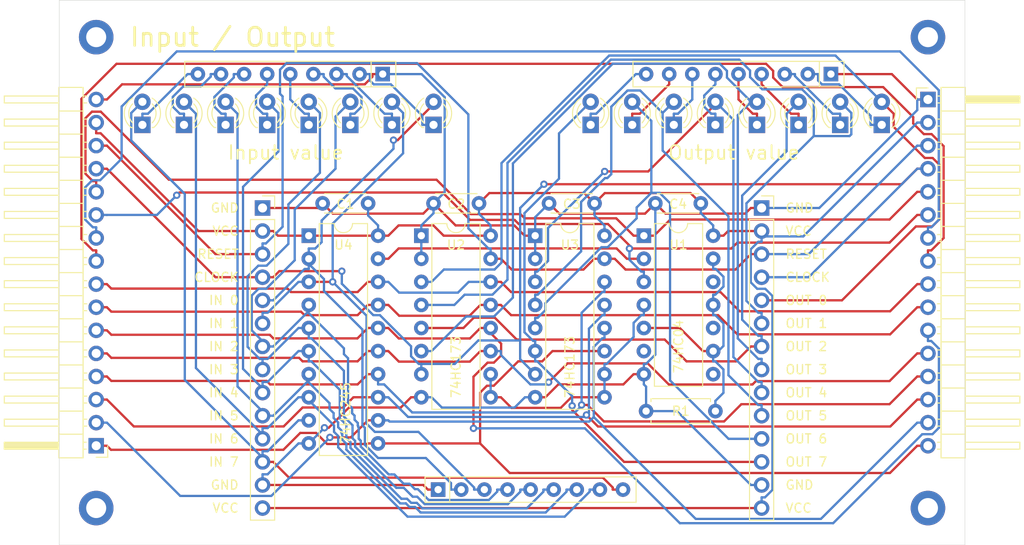
<source format=kicad_pcb>
(kicad_pcb (version 20221018) (generator pcbnew)
  (layers (0 "F.Cu" signal) (31 "B.Cu" signal) (34 "B.Paste" user) (35 "F.Paste" user) (36 "B.SilkS" user "B.Silkscreen") (37 "F.SilkS" user "F.Silkscreen") (38 "B.Mask" user) (39 "F.Mask" user) (44 "Edge.Cuts" user))
  (net 0 "")
  (net 1 "VCC")
  (net 2 "GND")
  (net 3 "Net-(D1-K)")
  (net 4 "R7")
  (net 5 "Net-(D2-K)")
  (net 6 "R6")
  (net 7 "Net-(D3-K)")
  (net 8 "R5")
  (net 9 "Net-(D4-K)")
  (net 10 "R4")
  (net 11 "Net-(D5-K)")
  (net 12 "R3")
  (net 13 "Net-(D6-K)")
  (net 14 "R2")
  (net 15 "Net-(D7-K)")
  (net 16 "R1")
  (net 17 "Net-(D8-K)")
  (net 18 "R0")
  (net 19 "RESET")
  (net 20 "CLOCK")
  (net 21 "SIG_OUT")
  (net 22 "SIG_IN")
  (net 23 "SIG0")
  (net 24 "SIG1")
  (net 25 "BUS0")
  (net 26 "BUS1")
  (net 27 "BUS2")
  (net 28 "BUS3")
  (net 29 "BUS4")
  (net 30 "BUS5")
  (net 31 "BUS6")
  (net 32 "BUS7")
  (net 33 "IN0")
  (net 34 "IN1")
  (net 35 "IN2")
  (net 36 "IN3")
  (net 37 "IN4")
  (net 38 "IN5")
  (net 39 "IN6")
  (net 40 "IN7")
  (net 41 "Net-(R1-Pad2)")
  (net 42 "~{SIG_IN}")
  (net 43 "~{SIG_OUT}")
  (net 48 "Net-(D9-K)")
  (net 49 "Net-(D10-K)")
  (net 50 "Net-(D11-K)")
  (net 51 "Net-(D12-K)")
  (net 52 "Net-(D13-K)")
  (net 53 "Net-(D14-K)")
  (net 54 "Net-(D15-K)")
  (net 55 "Net-(D16-K)")
  (footprint "Connector_PinHeader_2.54mm:PinHeader_1x16_P2.54mm_Horizontal" (layer "F.Cu") (at 29.464 69.342 180)
    (fp_text reference "J2" hide)
    (fp_text value "Conn_01x16")
  )
  (footprint "LED_THT:LED_D3.0mm_Clear" (layer "F.Cu") (at 34.544 34.036 90)
    (fp_text reference "D9" hide)
    (fp_text value "LED" hide)
  )
  (footprint "Resistor_THT:R_Array_SIP9" (layer "F.Cu") (at 67.056 74.168)
    (fp_text reference "RN3" hide)
    (fp_text value "100k")
  )
  (footprint "LED_THT:LED_D3.0mm_Clear" (layer "F.Cu") (at 97.536 34.036 90)
    (fp_text reference "D4" hide)
    (fp_text value "LED" hide)
  )
  (footprint "Connector_PinHeader_2.54mm:PinHeader_1x16_P2.54mm_Horizontal" (layer "F.Cu") (at 120.904 31.242)
    (fp_text reference "J1" hide)
    (fp_text value "Conn_01x16")
  )
  (footprint "Capacitor_THT:C_Disc_D4.3mm_W1.9mm_P5.00mm" (layer "F.Cu") (at 84.248 42.672 180)
    (fp_text reference "C3")
    (fp_text value "100nF")
  )
  (footprint "Package_DIP:DIP-16_W7.62mm" (layer "F.Cu") (at 65.206 46.228)
    (fp_text reference "U2")
    (fp_text value "74HC173")
  )
  (footprint "LED_THT:LED_D3.0mm_Clear" (layer "F.Cu") (at 88.392 34.036 90)
    (fp_text reference "D2" hide)
    (fp_text value "LED" hide)
  )
  (footprint "LED_THT:LED_D3.0mm_Clear" (layer "F.Cu") (at 57.404 34.036 90)
    (fp_text reference "D14" hide)
    (fp_text value "LED" hide)
  )
  (footprint "MountingHole:MountingHole_2.2mm_M2_DIN965_Pad" (layer "F.Cu") (at 120.904 76.2)
    (fp_text reference "HOLE4" hide)
    (fp_text value "MountingHole_2.2mm_M2_DIN965_Pad" hide)
  )
  (footprint "LED_THT:LED_D3.0mm_Clear" (layer "F.Cu") (at 66.548 34.036 90)
    (fp_text reference "D16" hide)
    (fp_text value "LED" hide)
  )
  (footprint "Resistor_THT:R_Array_SIP9" (layer "F.Cu") (at 60.96 28.448 180)
    (fp_text reference "RN2" hide)
    (fp_text value "1k" hide)
  )
  (footprint "Package_DIP:DIP-20_W7.62mm" (layer "F.Cu") (at 52.832 46.228)
    (fp_text reference "U4")
    (fp_text value "74HC245")
  )
  (footprint "Connector_PinSocket_2.54mm:PinSocket_1x14_P2.54mm_Vertical" (layer "F.Cu") (at 47.752 43.18)
    (fp_text reference "J4" hide)
    (fp_text value "Conn_01x14" hide)
  )
  (footprint "LED_THT:LED_D3.0mm_Clear" (layer "F.Cu") (at 43.688 34.036 90)
    (fp_text reference "D11" hide)
    (fp_text value "LED" hide)
  )
  (footprint "MountingHole:MountingHole_2.2mm_M2_DIN965_Pad" (layer "F.Cu") (at 120.904 24.384)
    (fp_text reference "HOLE2" hide)
    (fp_text value "MountingHole_2.2mm_M2_DIN965_Pad" hide)
  )
  (footprint "LED_THT:LED_D3.0mm_Clear" (layer "F.Cu") (at 92.964 34.036 90)
    (fp_text reference "D3" hide)
    (fp_text value "LED" hide)
  )
  (footprint "Package_DIP:DIP-16_W7.62mm" (layer "F.Cu") (at 77.724 46.228)
    (fp_text reference "U3")
    (fp_text value "74HC173")
  )
  (footprint "LED_THT:LED_D3.0mm_Clear" (layer "F.Cu") (at 39.116 34.036 90)
    (fp_text reference "D10" hide)
    (fp_text value "LED" hide)
  )
  (footprint "LED_THT:LED_D3.0mm_Clear" (layer "F.Cu") (at 106.68 34.036 90)
    (fp_text reference "D6" hide)
    (fp_text value "LED" hide)
  )
  (footprint "Capacitor_THT:C_Disc_D4.3mm_W1.9mm_P5.00mm" (layer "F.Cu") (at 95.932 42.672 180)
    (fp_text reference "C4")
    (fp_text value "100nF")
  )
  (footprint "MountingHole:MountingHole_2.2mm_M2_DIN965_Pad" (layer "F.Cu") (at 29.464 76.2)
    (fp_text reference "HOLE3" hide)
    (fp_text value "MountingHole_2.2mm_M2_DIN965_Pad" hide)
  )
  (footprint "Capacitor_THT:C_Disc_D4.3mm_W1.9mm_P5.00mm" (layer "F.Cu") (at 59.356 42.672 180)
    (fp_text reference "C1")
    (fp_text value "100nF")
  )
  (footprint "Package_DIP:DIP-14_W7.62mm" (layer "F.Cu") (at 89.672 46.228)
    (fp_text reference "U1")
    (fp_text value "74HC04")
  )
  (footprint "LED_THT:LED_D3.0mm_Clear" (layer "F.Cu") (at 52.832 34.036 90)
    (fp_text reference "D13" hide)
    (fp_text value "LED" hide)
  )
  (footprint "MountingHole:MountingHole_2.2mm_M2_DIN965_Pad" (layer "F.Cu") (at 29.464 24.384)
    (fp_text reference "HOLE1" hide)
    (fp_text value "MountingHole_2.2mm_M2_DIN965_Pad" hide)
  )
  (footprint "LED_THT:LED_D3.0mm_Clear" (layer "F.Cu") (at 61.976 34.036 90)
    (fp_text reference "D15" hide)
    (fp_text value "LED" hide)
  )
  (footprint "Resistor_THT:R_Axial_DIN0207_L6.3mm_D2.5mm_P7.62mm_Horizontal" (layer "F.Cu") (at 89.916 65.532)
    (fp_text reference "R1")
    (fp_text value "10k")
  )
  (footprint "Connector_PinSocket_2.54mm:PinSocket_1x14_P2.54mm_Vertical" (layer "F.Cu") (at 102.616 43.18)
    (fp_text reference "J3" hide)
    (fp_text value "Conn_01x14")
  )
  (footprint "Resistor_THT:R_Array_SIP9" (layer "F.Cu") (at 110.236 28.448 180)
    (fp_text reference "RN1" hide)
    (fp_text value "1k" hide)
  )
  (footprint "Capacitor_THT:C_Disc_D4.3mm_W1.9mm_P5.00mm" (layer "F.Cu") (at 71.548 42.672 180)
    (fp_text reference "C2")
    (fp_text value "100nF")
  )
  (footprint "LED_THT:LED_D3.0mm_Clear" (layer "F.Cu") (at 111.252 34.036 90)
    (fp_text reference "D7" hide)
    (fp_text value "LED" hide)
  )
  (footprint "LED_THT:LED_D3.0mm_Clear" (layer "F.Cu") (at 83.82 34.036 90)
    (fp_text reference "D1" hide)
    (fp_text value "LED" hide)
  )
  (footprint "LED_THT:LED_D3.0mm_Clear" (layer "F.Cu") (at 48.26 34.036 90)
    (fp_text reference "D12" hide)
    (fp_text value "LED" hide)
  )
  (footprint "LED_THT:LED_D3.0mm_Clear" (layer "F.Cu") (at 102.108 34.036 90)
    (fp_text reference "D5" hide)
    (fp_text value "LED" hide)
  )
  (footprint "LED_THT:LED_D3.0mm_Clear" (layer "F.Cu") (at 115.824 34.036 90)
    (fp_text reference "D8" hide)
    (fp_text value "LED" hide)
  )
  (gr_line (start 25.4 80.264) (end 25.4 20.32) (stroke (width 0.05)) (layer "Edge.Cuts"))
  (gr_line (start 25.4 20.32) (end 124.968 20.32) (stroke (width 0.05)) (layer "Edge.Cuts"))
  (gr_line (start 124.968 80.264) (end 25.4 80.264) (stroke (width 0.05)) (layer "Edge.Cuts"))
  (gr_line (start 124.968 20.32) (end 124.968 80.264) (stroke (width 0.05)) (layer "Edge.Cuts"))
  (gr_text "OUT 4" (at 105.156 63.5) (layer "F.SilkS") (effects (font (size 1 1)) (justify left)))
  (gr_text "OUT 7" (at 105.156 71.12) (layer "F.SilkS") (effects (font (size 1 1)) (justify left)))
  (gr_text "IN 1" (at 45.212 55.88) (layer "F.SilkS") (effects (font (size 1 1)) (justify right)))
  (gr_text "RESET" (at 105.156 48.26) (layer "F.SilkS") (effects (font (size 1 1)) (justify left)))
  (gr_text "OUT 6" (at 105.156 68.58) (layer "F.SilkS") (effects (font (size 1 1)) (justify left)))
  (gr_text "GND" (at 45.212 73.66) (layer "F.SilkS") (effects (font (size 1 1)) (justify right)))
  (gr_text "IN 2" (at 45.212 58.42) (layer "F.SilkS") (effects (font (size 1 1)) (justify right)))
  (gr_text "Input value" (at 50.292 37.084) (layer "F.SilkS") (effects (font (size 1.5 1.5) (thickness 0.2))))
  (gr_text "Input / Output" (at 33.02 24.384) (layer "F.SilkS") (effects (font (size 2 2) (thickness 0.3)) (justify left)))
  (gr_text "IN 7" (at 45.212 71.12) (layer "F.SilkS") (effects (font (size 1 1)) (justify right)))
  (gr_text "CLOCK" (at 45.212 50.8) (layer "F.SilkS") (effects (font (size 1 1)) (justify right)))
  (gr_text "IN 4" (at 45.212 63.5) (layer "F.SilkS") (effects (font (size 1 1)) (justify right)))
  (gr_text "VCC" (at 105.156 76.2) (layer "F.SilkS") (effects (font (size 1 1)) (justify left)))
  (gr_text "VCC" (at 105.156 45.72) (layer "F.SilkS") (effects (font (size 1 1)) (justify left)))
  (gr_text "IN 5" (at 45.212 66.04) (layer "F.SilkS") (effects (font (size 1 1)) (justify right)))
  (gr_text "Output value" (at 99.568 37.084) (layer "F.SilkS") (effects (font (size 1.5 1.5) (thickness 0.2))))
  (gr_text "VCC" (at 45.212 45.72) (layer "F.SilkS") (effects (font (size 1 1)) (justify right)))
  (gr_text "VCC" (at 45.212 76.2) (layer "F.SilkS") (effects (font (size 1 1)) (justify right)))
  (gr_text "OUT 3" (at 105.156 60.96) (layer "F.SilkS") (effects (font (size 1 1)) (justify left)))
  (gr_text "OUT 2" (at 105.156 58.42) (layer "F.SilkS") (effects (font (size 1 1)) (justify left)))
  (gr_text "IN 3" (at 45.212 60.96) (layer "F.SilkS") (effects (font (size 1 1)) (justify right)))
  (gr_text "GND" (at 105.156 73.66) (layer "F.SilkS") (effects (font (size 1 1)) (justify left)))
  (gr_text "RESET" (at 45.212 48.26) (layer "F.SilkS") (effects (font (size 1 1)) (justify right)))
  (gr_text "GND" (at 45.212 43.18) (layer "F.SilkS") (effects (font (size 1 1)) (justify right)))
  (gr_text "IN 0" (at 45.212 53.34) (layer "F.SilkS") (effects (font (size 1 1)) (justify right)))
  (gr_text "GND" (at 105.156 43.18) (layer "F.SilkS") (effects (font (size 1 1)) (justify left)))
  (gr_text "OUT 1" (at 105.156 55.88) (layer "F.SilkS") (effects (font (size 1 1)) (justify left)))
  (gr_text "OUT 0" (at 105.156 53.34) (layer "F.SilkS") (effects (font (size 1 1)) (justify left)))
  (gr_text "CLOCK" (at 105.156 50.8) (layer "F.SilkS") (effects (font (size 1 1)) (justify left)))
  (gr_text "IN 6" (at 45.212 68.58) (layer "F.SilkS") (effects (font (size 1 1)) (justify right)))
  (gr_text "OUT 5" (at 105.156 66.04) (layer "F.SilkS") (effects (font (size 1 1)) (justify left)))
  (segment (start 72.6812 41.5388) (end 83.1148 41.5388) (width 0.25) (layer "F.Cu") (net 1))
  (segment (start 94.8051 41.5451) (end 85.3749 41.5451) (width 0.25) (layer "F.Cu") (net 1))
  (segment (start 49.4369 46.228) (end 48.9289 45.72) (width 0.25) (layer "F.Cu") (net 1))
  (segment (start 67.6626 46.228) (end 71.6991 46.228) (width 0.25) (layer "F.Cu") (net 1))
  (segment (start 85.3749 41.5451) (end 84.248 42.672) (width 0.25) (layer "F.Cu") (net 1))
  (segment (start 62.7058 45.1011) (end 66.5357 45.1011) (width 0.25) (layer "F.Cu") (net 1))
  (segment (start 83.1148 41.5388) (end 84.248 42.672) (width 0.25) (layer "F.Cu") (net 1))
  (segment (start 71.548 42.672) (end 72.6812 41.5388) (width 0.25) (layer "F.Cu") (net 1))
  (segment (start 102.616 45.72) (end 98.9269 45.72) (width 0.25) (layer "F.Cu") (net 1))
  (segment (start 61.5789 46.228) (end 62.7058 45.1011) (width 0.25) (layer "F.Cu") (net 1))
  (segment (start 66.5357 45.1011) (end 67.6626 46.228) (width 0.25) (layer "F.Cu") (net 1))
  (segment (start 60.452 46.228) (end 61.5789 46.228) (width 0.25) (layer "F.Cu") (net 1))
  (segment (start 95.932 42.672) (end 94.8051 41.5451) (width 0.25) (layer "F.Cu") (net 1))
  (segment (start 52.832 46.228) (end 49.4369 46.228) (width 0.25) (layer "F.Cu") (net 1))
  (segment (start 29.464 33.782) (end 29.464 34.9589) (width 0.25) (layer "F.Cu") (net 1))
  (segment (start 60.452 46.228) (end 52.832 46.228) (width 0.25) (layer "F.Cu") (net 1))
  (segment (start 98.9269 45.72) (end 98.4189 46.228) (width 0.25) (layer "F.Cu") (net 1))
  (segment (start 29.9517 34.9589) (end 29.464 34.9589) (width 0.25) (layer "F.Cu") (net 1))
  (segment (start 102.616 76.2) (end 47.752 76.2) (width 0.25) (layer "F.Cu") (net 1))
  (segment (start 72.826 46.228) (end 71.6991 46.228) (width 0.25) (layer "F.Cu") (net 1))
  (segment (start 47.752 45.72) (end 40.7128 45.72) (width 0.25) (layer "F.Cu") (net 1))
  (segment (start 47.752 45.72) (end 48.9289 45.72) (width 0.25) (layer "F.Cu") (net 1))
  (segment (start 97.292 46.228) (end 98.4189 46.228) (width 0.25) (layer "F.Cu") (net 1))
  (segment (start 40.7128 45.72) (end 29.9517 34.9589) (width 0.25) (layer "F.Cu") (net 1))
  (segment (start 102.9838 75.0231) (end 103.8063 74.2006) (width 0.25) (layer "B.Cu") (net 1))
  (segment (start 95.932 43.7411) (end 95.932 42.672) (width 0.25) (layer "B.Cu") (net 1))
  (segment (start 102.1301 52.07) (end 101.4217 51.3616) (width 0.25) (layer "B.Cu") (net 1))
  (segment (start 60.452 46.228) (end 60.452 45.1011) (width 0.25) (layer "B.Cu") (net 1))
  (segment (start 59.356 44.0051) (end 59.356 42.672) (width 0.25) (layer "B.Cu") (net 1))
  (segment (start 103.0165 52.07) (end 102.1301 52.07) (width 0.25) (layer "B.Cu") (net 1))
  (segment (start 71.548 43.8231) (end 71.548 42.672) (width 0.25) (layer "B.Cu") (net 1))
  (segment (start 101.4217 51.3616) (end 101.4217 47.7254) (width 0.25) (layer "B.Cu") (net 1))
  (segment (start 107.2007 46.3084) (end 102.616 46.3084) (width 0.25) (layer "B.Cu") (net 1))
  (segment (start 120.904 33.782) (end 119.7271 33.782) (width 0.25) (layer "B.Cu") (net 1))
  (segment (start 97.292 46.228) (end 97.292 45.1011) (width 0.25) (layer "B.Cu") (net 1))
  (segment (start 85.344 45.1011) (end 84.248 44.0051) (width 0.25) (layer "B.Cu") (net 1))
  (segment (start 102.2502 46.8969) (end 102.616 46.8969) (width 0.25) (layer "B.Cu") (net 1))
  (segment (start 102.616 76.2) (end 102.616 75.0231) (width 0.25) (layer "B.Cu") (net 1))
  (segment (start 102.616 46.3084) (end 102.616 46.8969) (width 0.25) (layer "B.Cu") (net 1))
  (segment (start 103.8063 74.2006) (end 103.8063 52.8598) (width 0.25) (layer "B.Cu") (net 1))
  (segment (start 103.8063 52.8598) (end 103.0165 52.07) (width 0.25) (layer "B.Cu") (net 1))
  (segment (start 102.616 75.0231) (end 102.9838 75.0231) (width 0.25) (layer "B.Cu") (net 1))
  (segment (start 72.826 46.228) (end 72.826 45.1011) (width 0.25) (layer "B.Cu") (net 1))
  (segment (start 85.344 46.228) (end 85.344 45.1011) (width 0.25) (layer "B.Cu") (net 1))
  (segment (start 72.826 45.1011) (end 71.548 43.8231) (width 0.25) (layer "B.Cu") (net 1))
  (segment (start 60.452 45.1011) (end 59.356 44.0051) (width 0.25) (layer "B.Cu") (net 1))
  (segment (start 84.248 44.0051) (end 84.248 42.672) (width 0.25) (layer "B.Cu") (net 1))
  (segment (start 101.4217 47.7254) (end 102.2502 46.8969) (width 0.25) (layer "B.Cu") (net 1))
  (segment (start 102.616 45.72) (end 102.616 46.3084) (width 0.25) (layer "B.Cu") (net 1))
  (segment (start 97.292 45.1011) (end 95.932 43.7411) (width 0.25) (layer "B.Cu") (net 1))
  (segment (start 119.7271 33.782) (end 107.2007 46.3084) (width 0.25) (layer "B.Cu") (net 1))
  (segment (start 55.4829 43.7989) (end 54.356 42.672) (width 0.25) (layer "F.Cu") (net 2))
  (segment (start 57.2583 65.1349) (end 55.0323 67.3609) (width 0.25) (layer "F.Cu") (net 2))
  (segment (start 47.752 43.18) (end 53.848 43.18) (width 0.25) (layer "F.Cu") (net 2))
  (segment (start 60.96 28.448) (end 59.8331 28.448) (width 0.25) (layer "F.Cu") (net 2))
  (segment (start 80.377 43.801) (end 79.248 42.672) (width 0.25) (layer "F.Cu") (net 2))
  (segment (start 87.4182 62.5949) (end 80.264 62.5949) (width 0.25) (layer "F.Cu") (net 2))
  (segment (start 64.0791 64.008) (end 62.9522 65.1349) (width 0.25) (layer "F.Cu") (net 2))
  (segment (start 90.932 42.672) (end 89.803 43.801) (width 0.25) (layer "F.Cu") (net 2))
  (segment (start 66.548 42.672) (end 68.9771 45.1011) (width 0.25) (layer "F.Cu") (net 2))
  (segment (start 59.8331 28.448) (end 59.8331 28.7298) (width 0.25) (layer "F.Cu") (net 2))
  (segment (start 90.932 42.672) (end 92.0589 43.7989) (width 0.25) (layer "F.Cu") (net 2))
  (segment (start 75.4354 45.1011) (end 76.5623 46.228) (width 0.25) (layer "F.Cu") (net 2))
  (segment (start 55.0323 67.3609) (end 54.5591 67.3609) (width 0.25) (layer "F.Cu") (net 2))
  (segment (start 67.056 74.168) (end 65.9291 74.168) (width 0.25) (layer "F.Cu") (net 2))
  (segment (start 88.5451 61.468) (end 87.4182 62.5949) (width 0.25) (layer "F.Cu") (net 2))
  (segment (start 29.464 31.242) (end 30.6409 31.242) (width 0.25) (layer "F.Cu") (net 2))
  (segment (start 53.848 43.18) (end 54.356 42.672) (width 0.25) (layer "F.Cu") (net 2))
  (segment (start 77.724 64.008) (end 78.8509 64.008) (width 0.25) (layer "F.Cu") (net 2))
  (segment (start 116.9331 28.448) (end 110.236 28.448) (width 0.25) (layer "F.Cu") (net 2))
  (segment (start 119.7271 31.242) (end 116.9331 28.448) (width 0.25) (layer "F.Cu") (net 2))
  (segment (start 59.8331 28.7298) (end 58.988 29.5749) (width 0.25) (layer "F.Cu") (net 2))
  (segment (start 66.548 42.672) (end 65.4211 43.7989) (width 0.25) (layer "F.Cu") (net 2))
  (segment (start 76.5623 46.228) (end 76.5971 46.228) (width 0.25) (layer "F.Cu") (net 2))
  (segment (start 100.8202 43.7989) (end 101.4391 43.18) (width 0.25) (layer "F.Cu") (net 2))
  (segment (start 89.803 43.801) (end 80.377 43.801) (width 0.25) (layer "F.Cu") (net 2))
  (segment (start 102.616 43.18) (end 101.4391 43.18) (width 0.25) (layer "F.Cu") (net 2))
  (segment (start 58.988 29.5749) (end 32.308 29.5749) (width 0.25) (layer "F.Cu") (net 2))
  (segment (start 77.724 46.228) (end 76.5971 46.228) (width 0.25) (layer "F.Cu") (net 2))
  (segment (start 89.672 61.468) (end 88.5451 61.468) (width 0.25) (layer "F.Cu") (net 2))
  (segment (start 92.0589 43.7989) (end 100.8202 43.7989) (width 0.25) (layer "F.Cu") (net 2))
  (segment (start 65.4211 73.66) (end 65.9291 74.168) (width 0.25) (layer "F.Cu") (net 2))
  (segment (start 32.308 29.5749) (end 30.6409 31.242) (width 0.25) (layer "F.Cu") (net 2))
  (segment (start 120.904 31.242) (end 119.7271 31.242) (width 0.25) (layer "F.Cu") (net 2))
  (segment (start 80.264 62.5949) (end 78.8509 64.008) (width 0.25) (layer "F.Cu") (net 2))
  (segment (start 65.4211 43.7989) (end 55.4829 43.7989) (width 0.25) (layer "F.Cu") (net 2))
  (segment (start 47.752 73.66) (end 65.4211 73.66) (width 0.25) (layer "F.Cu") (net 2))
  (segment (start 68.9771 45.1011) (end 75.4354 45.1011) (width 0.25) (layer "F.Cu") (net 2))
  (segment (start 65.206 64.008) (end 64.0791 64.008) (width 0.25) (layer "F.Cu") (net 2))
  (segment (start 62.9522 65.1349) (end 57.2583 65.1349) (width 0.25) (layer "F.Cu") (net 2))
  (via (at 54.5591 67.3609) (size 0.8) (drill 0.4) (layers "F.Cu" "B.Cu") (net 2))
  (segment (start 108.9554 43.18) (end 102.616 43.18) (width 0.25) (layer "B.Cu") (net 2))
  (segment (start 65.206 45.1011) (end 66.548 43.7591) (width 0.25) (layer "B.Cu") (net 2))
  (segment (start 89.916 62.8389) (end 89.672 62.5949) (width 0.25) (layer "B.Cu") (net 2))
  (segment (start 52.2686 69.088) (end 52.6527 69.088) (width 0.25) (layer "B.Cu") (net 2))
  (segment (start 66.548 42.672) (end 67.7749 41.4451) (width 0.25) (layer "B.Cu") (net 2))
  (segment (start 66.548 43.7591) (end 66.548 42.672) (width 0.25) (layer "B.Cu") (net 2))
  (segment (start 77.724 46.228) (end 77.724 48.768) (width 0.25) (layer "B.Cu") (net 2))
  (segment (start 119.7271 32.4083) (end 108.9554 43.18) (width 0.25) (layer "B.Cu") (net 2))
  (segment (start 119.7271 31.242) (end 119.7271 32.4083) (width 0.25) (layer "B.Cu") (net 2))
  (segment (start 65.2351 28.448) (end 60.96 28.448) (width 0.25) (layer "B.Cu") (net 2))
  (segment (start 54.5591 67.3609) (end 52.832 69.088) (width 0.25) (layer "B.Cu") (net 2))
  (segment (start 89.672 61.468) (end 89.672 62.5949) (width 0.25) (layer "B.Cu") (net 2))
  (segment (start 65.206 64.008) (end 66.3329 64.008) (width 0.25) (layer "B.Cu") (net 2))
  (segment (start 75.4634 65.1417) (end 67.4666 65.1417) (width 0.25) (layer "B.Cu") (net 2))
  (segment (start 76.5971 64.008) (end 75.4634 65.1417) (width 0.25) (layer "B.Cu") (net 2))
  (segment (start 79.248 42.672) (end 77.724 44.196) (width 0.25) (layer "B.Cu") (net 2))
  (segment (start 67.7749 41.4451) (end 67.7749 30.9878) (width 0.25) (layer "B.Cu") (net 2))
  (segment (start 65.206 46.228) (end 65.206 45.1011) (width 0.25) (layer "B.Cu") (net 2))
  (segment (start 52.2686 69.088) (end 51.7051 69.088) (width 0.25) (layer "B.Cu") (net 2))
  (segment (start 47.752 73.66) (end 47.752 72.4831) (width 0.25) (layer "B.Cu") (net 2))
  (segment (start 48.31 72.4831) (end 47.752 72.4831) (width 0.25) (layer "B.Cu") (net 2))
  (segment (start 101.4391 73.66) (end 93.3111 65.532) (width 0.25) (layer "B.Cu") (net 2))
  (segment (start 52.832 69.088) (end 52.6527 69.088) (width 0.25) (layer "B.Cu") (net 2))
  (segment (start 102.616 73.66) (end 101.4391 73.66) (width 0.25) (layer "B.Cu") (net 2))
  (segment (start 77.724 64.008) (end 76.5971 64.008) (width 0.25) (layer "B.Cu") (net 2))
  (segment (start 65.206 48.768) (end 65.206 46.228) (width 0.25) (layer "B.Cu") (net 2))
  (segment (start 89.916 65.532) (end 89.916 62.8389) (width 0.25) (layer "B.Cu") (net 2))
  (segment (start 67.4666 65.1417) (end 66.3329 64.008) (width 0.25) (layer "B.Cu") (net 2))
  (segment (start 90.932 42.672) (end 90.932 59.3146) (width 0.25) (layer "B.Cu") (net 2))
  (segment (start 90.932 59.3146) (end 89.9055 60.3411) (width 0.25) (layer "B.Cu") (net 2))
  (segment (start 89.9055 60.3411) (end 89.672 60.3411) (width 0.25) (layer "B.Cu") (net 2))
  (segment (start 120.904 31.242) (end 119.7271 31.242) (width 0.25) (layer "B.Cu") (net 2))
  (segment (start 67.7749 30.9878) (end 65.2351 28.448) (width 0.25) (layer "B.Cu") (net 2))
  (segment (start 89.672 61.468) (end 89.672 60.3411) (width 0.25) (layer "B.Cu") (net 2))
  (segment (start 93.3111 65.532) (end 89.916 65.532) (width 0.25) (layer "B.Cu") (net 2))
  (segment (start 77.724 44.196) (end 77.724 46.228) (width 0.25) (layer "B.Cu") (net 2))
  (segment (start 51.7051 69.088) (end 48.31 72.4831) (width 0.25) (layer "B.Cu") (net 2))
  (segment (start 89.916 28.448) (end 88.7891 28.448) (width 0.25) (layer "B.Cu") (net 3))
  (segment (start 88.7891 28.448) (end 84.428 32.8091) (width 0.25) (layer "B.Cu") (net 3))
  (segment (start 83.82 34.036) (end 83.82 32.8091) (width 0.25) (layer "B.Cu") (net 3))
  (segment (start 84.428 32.8091) (end 83.82 32.8091) (width 0.25) (layer "B.Cu") (net 3))
  (segment (start 87.4962 71.12) (end 101.4391 71.12) (width 0.25) (layer "F.Cu") (net 4))
  (segment (start 81.7853 65.4091) (end 87.4962 71.12) (width 0.25) (layer "F.Cu") (net 4))
  (segment (start 102.616 71.12) (end 101.4391 71.12) (width 0.25) (layer "F.Cu") (net 4))
  (segment (start 81.7853 64.9504) (end 81.7853 65.4091) (width 0.25) (layer "F.Cu") (net 4))
  (via (at 81.7853 64.9504) (size 0.8) (drill 0.4) (layers "F.Cu" "B.Cu") (net 4))
  (segment (start 77.724 58.928) (end 77.724 57.8011) (width 0.25) (layer "B.Cu") (net 4))
  (segment (start 76.5468 43.7551) (end 80.3427 39.9592) (width 0.25) (layer "B.Cu") (net 4))
  (segment (start 77.724 60.0549) (end 77.9575 60.0549) (width 0.25) (layer "B.Cu") (net 4))
  (segment (start 80.3427 39.9592) (end 80.3427 34.9733) (width 0.25) (layer "B.Cu") (net 4))
  (segment (start 80.3427 34.9733) (end 83.82 31.496) (width 0.25) (layer "B.Cu") (net 4))
  (segment (start 81.7853 63.8827) (end 81.7853 64.9504) (width 0.25) (layer "B.Cu") (net 4))
  (segment (start 77.4933 57.8011) (end 76.5468 56.8546) (width 0.25) (layer "B.Cu") (net 4))
  (segment (start 76.5468 56.8546) (end 76.5468 43.7551) (width 0.25) (layer "B.Cu") (net 4))
  (segment (start 77.724 58.928) (end 77.724 60.0549) (width 0.25) (layer "B.Cu") (net 4))
  (segment (start 77.9575 60.0549) (end 81.7853 63.8827) (width 0.25) (layer "B.Cu") (net 4))
  (segment (start 77.724 57.8011) (end 77.4933 57.8011) (width 0.25) (layer "B.Cu") (net 4))
  (segment (start 89.2218 32.8091) (end 88.392 32.8091) (width 0.25) (layer "F.Cu") (net 5))
  (segment (start 88.392 34.036) (end 88.392 32.8091) (width 0.25) (layer "F.Cu") (net 5))
  (segment (start 92.456 28.448) (end 92.456 29.5749) (width 0.25) (layer "F.Cu") (net 5))
  (segment (start 92.456 29.5749) (end 89.2218 32.8091) (width 0.25) (layer "F.Cu") (net 5))
  (segment (start 85.698 47.498) (end 88.8797 44.3163) (width 0.25) (layer "B.Cu") (net 6))
  (segment (start 90.4921 33.5961) (end 90.4921 41.5142) (width 0.25) (layer "B.Cu") (net 6))
  (segment (start 88.8797 44.3163) (end 88.8797 43.1266) (width 0.25) (layer "B.Cu") (net 6))
  (segment (start 90.4921 41.5142) (end 91.4104 41.5142) (width 0.25) (layer "B.Cu") (net 6))
  (segment (start 88.8797 43.1266) (end 90.4921 41.5142) (width 0.25) (layer "B.Cu") (net 6))
  (segment (start 77.724 56.388) (end 77.724 55.2611) (width 0.25) (layer "B.Cu") (net 6))
  (segment (start 91.4104 41.5142) (end 92.5506 42.6544) (width 0.25) (layer "B.Cu") (net 6))
  (segment (start 77.724 55.2611) (end 78.0058 55.2611) (width 0.25) (layer "B.Cu") (net 6))
  (segment (start 88.392 31.496) (end 90.4921 33.5961) (width 0.25) (layer "B.Cu") (net 6))
  (segment (start 78.8509 54.416) (end 78.8509 53.6548) (width 0.25) (layer "B.Cu") (net 6))
  (segment (start 78.8509 53.6548) (end 85.0077 47.498) (width 0.25) (layer "B.Cu") (net 6))
  (segment (start 78.0058 55.2611) (end 78.8509 54.416) (width 0.25) (layer "B.Cu") (net 6))
  (segment (start 85.0077 47.498) (end 85.698 47.498) (width 0.25) (layer "B.Cu") (net 6))
  (segment (start 98.98 68.58) (end 102.616 68.58) (width 0.25) (layer "B.Cu") (net 6))
  (segment (start 92.5506 62.1506) (end 98.98 68.58) (width 0.25) (layer "B.Cu") (net 6))
  (segment (start 92.5506 42.6544) (end 92.5506 62.1506) (width 0.25) (layer "B.Cu") (net 6))
  (segment (start 94.996 31.2372) (end 93.4241 32.8091) (width 0.25) (layer "B.Cu") (net 7))
  (segment (start 94.996 28.448) (end 94.996 31.2372) (width 0.25) (layer "B.Cu") (net 7))
  (segment (start 93.4241 32.8091) (end 92.964 32.8091) (width 0.25) (layer "B.Cu") (net 7))
  (segment (start 92.964 34.036) (end 92.964 32.8091) (width 0.25) (layer "B.Cu") (net 7))
  (segment (start 86.0893 39.4601) (end 85.6635 39.8859) (width 0.25) (layer "B.Cu") (net 8))
  (segment (start 78.0057 52.7211) (end 77.724 52.7211) (width 0.25) (layer "B.Cu") (net 8))
  (segment (start 89.2678 30.2536) (end 87.8734 30.2536) (width 0.25) (layer "B.Cu") (net 8))
  (segment (start 91.7371 32.7229) (end 89.2678 30.2536) (width 0.25) (layer "B.Cu") (net 8))
  (segment (start 98.9708 44.0959) (end 91.7371 36.8622) (width 0.25) (layer "B.Cu") (net 8))
  (segment (start 82.773 42.5151) (end 82.773 47.9538) (width 0.25) (layer "B.Cu") (net 8))
  (segment (start 91.7371 32.7229) (end 92.964 31.496) (width 0.25) (layer "B.Cu") (net 8))
  (segment (start 102.2482 64.8631) (end 98.9708 61.5857) (width 0.25) (layer "B.Cu") (net 8))
  (segment (start 77.724 53.848) (end 77.724 52.7211) (width 0.25) (layer "B.Cu") (net 8))
  (segment (start 82.773 47.9538) (end 78.0057 52.7211) (width 0.25) (layer "B.Cu") (net 8))
  (segment (start 102.616 64.8631) (end 102.2482 64.8631) (width 0.25) (layer "B.Cu") (net 8))
  (segment (start 87.8734 30.2536) (end 86.0893 32.0377) (width 0.25) (layer "B.Cu") (net 8))
  (segment (start 85.6635 39.8859) (end 85.4022 39.8859) (width 0.25) (layer "B.Cu") (net 8))
  (segment (start 102.616 66.04) (end 102.616 64.8631) (width 0.25) (layer "B.Cu") (net 8))
  (segment (start 86.0893 32.0377) (end 86.0893 39.4601) (width 0.25) (layer "B.Cu") (net 8))
  (segment (start 91.7371 36.8622) (end 91.7371 32.7229) (width 0.25) (layer "B.Cu") (net 8))
  (segment (start 98.9708 61.5857) (end 98.9708 44.0959) (width 0.25) (layer "B.Cu") (net 8))
  (segment (start 85.4022 39.8859) (end 82.773 42.5151) (width 0.25) (layer "B.Cu") (net 8))
  (segment (start 96.3091 32.0424) (end 97.0758 32.8091) (width 0.25) (layer "B.Cu") (net 9))
  (segment (start 96.3091 30.8018) (end 96.3091 32.0424) (width 0.25) (layer "B.Cu") (net 9))
  (segment (start 97.536 28.448) (end 97.536 29.5749) (width 0.25) (layer "B.Cu") (net 9))
  (segment (start 97.0758 32.8091) (end 97.536 32.8091) (width 0.25) (layer "B.Cu") (net 9))
  (segment (start 97.536 29.5749) (end 96.3091 30.8018) (width 0.25) (layer "B.Cu") (net 9))
  (segment (start 97.536 34.036) (end 97.536 32.8091) (width 0.25) (layer "B.Cu") (net 9))
  (segment (start 97.536 31.496) (end 97.536 31.7734) (width 0.25) (layer "F.Cu") (net 10))
  (segment (start 90.1504 39.159) (end 85.3624 39.159) (width 0.25) (layer "F.Cu") (net 10))
  (segment (start 97.536 31.7734) (end 90.1504 39.159) (width 0.25) (layer "F.Cu") (net 10))
  (via (at 85.3624 39.159) (size 0.8) (drill 0.4) (layers "F.Cu" "B.Cu") (net 10))
  (segment (start 77.9575 50.1811) (end 77.724 50.1811) (width 0.25) (layer "B.Cu") (net 10))
  (segment (start 77.724 51.308) (end 77.724 50.1811) (width 0.25) (layer "B.Cu") (net 10))
  (segment (start 85.3624 39.159) (end 79.1386 45.3828) (width 0.25) (layer "B.Cu") (net 10))
  (segment (start 79.1386 45.3828) (end 79.1386 49) (width 0.25) (layer "B.Cu") (net 10))
  (segment (start 102.2502 62.3231) (end 99.5155 59.5884) (width 0.25) (layer "B.Cu") (net 10))
  (segment (start 102.616 63.5) (end 102.616 62.3231) (width 0.25) (layer "B.Cu") (net 10))
  (segment (start 102.616 62.3231) (end 102.2502 62.3231) (width 0.25) (layer "B.Cu") (net 10))
  (segment (start 79.1386 49) (end 77.9575 50.1811) (width 0.25) (layer "B.Cu") (net 10))
  (segment (start 99.5155 33.4755) (end 97.536 31.496) (width 0.25) (layer "B.Cu") (net 10))
  (segment (start 99.5155 59.5884) (end 99.5155 33.4755) (width 0.25) (layer "B.Cu") (net 10))
  (segment (start 100.076 28.448) (end 100.076 31.2372) (width 0.25) (layer "F.Cu") (net 11))
  (segment (start 101.6479 32.8091) (end 102.108 32.8091) (width 0.25) (layer "F.Cu") (net 11))
  (segment (start 102.108 34.036) (end 102.108 32.8091) (width 0.25) (layer "F.Cu") (net 11))
  (segment (start 100.076 31.2372) (end 101.6479 32.8091) (width 0.25) (layer "F.Cu") (net 11))
  (segment (start 66.3329 58.928) (end 70.1429 55.118) (width 0.25) (layer "B.Cu") (net 12))
  (segment (start 101.4678 31.496) (end 102.108 31.496) (width 0.25) (layer "B.Cu") (net 12))
  (segment (start 98.0203 27.3094) (end 98.806 28.0951) (width 0.25) (layer "B.Cu") (net 12))
  (segment (start 98.806 28.8342) (end 101.4678 31.496) (width 0.25) (layer "B.Cu") (net 12))
  (segment (start 75.2759 53.0393) (end 75.2759 38.279) (width 0.25) (layer "B.Cu") (net 12))
  (segment (start 102.616 59.7831) (end 102.2482 59.7831) (width 0.25) (layer "B.Cu") (net 12))
  (segment (start 73.1972 55.118) (end 75.2759 53.0393) (width 0.25) (layer "B.Cu") (net 12))
  (segment (start 102.2482 59.7831) (end 99.9982 57.5331) (width 0.25) (layer "B.Cu") (net 12))
  (segment (start 86.2455 27.3094) (end 98.0203 27.3094) (width 0.25) (layer "B.Cu") (net 12))
  (segment (start 99.9982 32.9656) (end 101.4678 31.496) (width 0.25) (layer "B.Cu") (net 12))
  (segment (start 65.206 58.928) (end 66.3329 58.928) (width 0.25) (layer "B.Cu") (net 12))
  (segment (start 70.1429 55.118) (end 73.1972 55.118) (width 0.25) (layer "B.Cu") (net 12))
  (segment (start 98.806 28.0951) (end 98.806 28.8342) (width 0.25) (layer "B.Cu") (net 12))
  (segment (start 75.2759 38.279) (end 86.2455 27.3094) (width 0.25) (layer "B.Cu") (net 12))
  (segment (start 102.616 60.96) (end 102.616 59.7831) (width 0.25) (layer "B.Cu") (net 12))
  (segment (start 99.9982 57.5331) (end 99.9982 32.9656) (width 0.25) (layer "B.Cu") (net 12))
  (segment (start 102.616 29.5749) (end 105.8502 32.8091) (width 0.25) (layer "F.Cu") (net 13))
  (segment (start 102.616 28.448) (end 102.616 29.5749) (width 0.25) (layer "F.Cu") (net 13))
  (segment (start 106.68 34.036) (end 106.68 32.8091) (width 0.25) (layer "F.Cu") (net 13))
  (segment (start 105.8502 32.8091) (end 106.68 32.8091) (width 0.25) (layer "F.Cu") (net 13))
  (segment (start 73.2841 55.2524) (end 75.6912 57.6595) (width 0.25) (layer "F.Cu") (net 14))
  (segment (start 70.9701 55.2524) (end 73.2841 55.2524) (width 0.25) (layer "F.Cu") (net 14))
  (segment (start 102.616 58.42) (end 101.4391 58.42) (width 0.25) (layer "F.Cu") (net 14))
  (segment (start 99.8026 60.0565) (end 101.4391 58.42) (width 0.25) (layer "F.Cu") (net 14))
  (segment (start 65.206 56.388) (end 66.3329 56.388) (width 0.25) (layer "F.Cu") (net 14))
  (segment (start 66.3329 56.388) (end 69.8345 56.388) (width 0.25) (layer "F.Cu") (net 14))
  (segment (start 91.9628 57.6595) (end 94.3598 60.0565) (width 0.25) (layer "F.Cu") (net 14))
  (segment (start 69.8345 56.388) (end 70.9701 55.2524) (width 0.25) (layer "F.Cu") (net 14))
  (segment (start 94.3598 60.0565) (end 99.8026 60.0565) (width 0.25) (layer "F.Cu") (net 14))
  (segment (start 75.6912 57.6595) (end 91.9628 57.6595) (width 0.25) (layer "F.Cu") (net 14))
  (segment (start 105.3654 32.8106) (end 106.68 31.496) (width 0.25) (layer "B.Cu") (net 14))
  (segment (start 102.2482 57.2431) (end 100.4763 55.4712) (width 0.25) (layer "B.Cu") (net 14))
  (segment (start 102.616 57.2431) (end 102.2482 57.2431) (width 0.25) (layer "B.Cu") (net 14))
  (segment (start 100.4763 41.8202) (end 105.3654 36.9311) (width 0.25) (layer "B.Cu") (net 14))
  (segment (start 102.616 58.42) (end 102.616 57.2431) (width 0.25) (layer "B.Cu") (net 14))
  (segment (start 105.3654 36.9311) (end 105.3654 32.8106) (width 0.25) (layer "B.Cu") (net 14))
  (segment (start 100.4763 55.4712) (end 100.4763 41.8202) (width 0.25) (layer "B.Cu") (net 14))
  (segment (start 110.4261 32.8091) (end 111.252 32.8091) (width 0.25) (layer "B.Cu") (net 15))
  (segment (start 105.156 28.448) (end 106.2829 28.448) (width 0.25) (layer "B.Cu") (net 15))
  (segment (start 106.2829 28.448) (end 106.2829 28.6659) (width 0.25) (layer "B.Cu") (net 15))
  (segment (start 106.2829 28.6659) (end 110.4261 32.8091) (width 0.25) (layer "B.Cu") (net 15))
  (segment (start 111.252 34.036) (end 111.252 32.8091) (width 0.25) (layer "B.Cu") (net 15))
  (segment (start 100.949 42.6682) (end 108.3511 35.2661) (width 0.25) (layer "B.Cu") (net 16))
  (segment (start 108.3511 35.2661) (end 112.2854 35.2661) (width 0.25) (layer "B.Cu") (net 16))
  (segment (start 73.0285 52.7207) (end 69.9657 52.7207) (width 0.25) (layer "B.Cu") (net 16))
  (segment (start 108.3511 35.2661) (end 108.3511 31.4054) (width 0.25) (layer "B.Cu") (net 16))
  (segment (start 100.1523 26.8575) (end 86.0452 26.8575) (width 0.25) (layer "B.Cu") (net 16))
  (segment (start 102.2482 54.7031) (end 100.949 53.4039) (width 0.25) (layer "B.Cu") (net 16))
  (segment (start 68.8384 53.848) (end 65.206 53.848) (width 0.25) (layer "B.Cu") (net 16))
  (segment (start 69.9657 52.7207) (end 68.8384 53.848) (width 0.25) (layer "B.Cu") (net 16))
  (segment (start 74.6794 38.2233) (end 74.6794 51.0698) (width 0.25) (layer "B.Cu") (net 16))
  (segment (start 102.616 55.88) (end 102.616 54.7031) (width 0.25) (layer "B.Cu") (net 16))
  (segment (start 102.616 54.7031) (end 102.2482 54.7031) (width 0.25) (layer "B.Cu") (net 16))
  (segment (start 108.3511 31.4054) (end 107.0717 30.126) (width 0.25) (layer "B.Cu") (net 16))
  (segment (start 101.346 28.0512) (end 100.1523 26.8575) (width 0.25) (layer "B.Cu") (net 16))
  (segment (start 112.4789 32.7229) (end 111.252 31.496) (width 0.25) (layer "B.Cu") (net 16))
  (segment (start 112.4789 35.0726) (end 112.4789 32.7229) (width 0.25) (layer "B.Cu") (net 16))
  (segment (start 107.0717 30.126) (end 102.6923 30.126) (width 0.25) (layer "B.Cu") (net 16))
  (segment (start 100.949 53.4039) (end 100.949 42.6682) (width 0.25) (layer "B.Cu") (net 16))
  (segment (start 101.346 28.7797) (end 101.346 28.0512) (width 0.25) (layer "B.Cu") (net 16))
  (segment (start 112.2854 35.2661) (end 112.4789 35.0726) (width 0.25) (layer "B.Cu") (net 16))
  (segment (start 86.0452 26.8575) (end 74.6794 38.2233) (width 0.25) (layer "B.Cu") (net 16))
  (segment (start 74.6794 51.0698) (end 73.0285 52.7207) (width 0.25) (layer "B.Cu") (net 16))
  (segment (start 102.6923 30.126) (end 101.346 28.7797) (width 0.25) (layer "B.Cu") (net 16))
  (segment (start 108.8229 29.1524) (end 109.2454 29.5749) (width 0.25) (layer "B.Cu") (net 17))
  (segment (start 111.1329 29.5749) (end 114.5971 33.0391) (width 0.25) (layer "B.Cu") (net 17))
  (segment (start 108.8229 28.448) (end 108.8229 29.1524) (width 0.25) (layer "B.Cu") (net 17))
  (segment (start 115.824 34.036) (end 114.5971 34.036) (width 0.25) (layer "B.Cu") (net 17))
  (segment (start 109.2454 29.5749) (end 111.1329 29.5749) (width 0.25) (layer "B.Cu") (net 17))
  (segment (start 114.5971 33.0391) (end 114.5971 34.036) (width 0.25) (layer "B.Cu") (net 17))
  (segment (start 107.696 28.448) (end 108.8229 28.448) (width 0.25) (layer "B.Cu") (net 17))
  (segment (start 121.3758 45.212) (end 122.1266 44.4612) (width 0.25) (layer "F.Cu") (net 18))
  (segment (start 119.5776 45.212) (end 121.3758 45.212) (width 0.25) (layer "F.Cu") (net 18))
  (segment (start 111.4496 53.34) (end 119.5776 45.212) (width 0.25) (layer "F.Cu") (net 18))
  (segment (start 117.1386 34.2593) (end 117.1386 32.8106) (width 0.25) (layer "F.Cu") (net 18))
  (segment (start 121.419 37.6762) (end 120.5555 37.6762) (width 0.25) (layer "F.Cu") (net 18))
  (segment (start 102.616 53.34) (end 111.4496 53.34) (width 0.25) (layer "F.Cu") (net 18))
  (segment (start 122.1266 44.4612) (end 122.1266 38.3838) (width 0.25) (layer "F.Cu") (net 18))
  (segment (start 117.1386 32.8106) (end 115.824 31.496) (width 0.25) (layer "F.Cu") (net 18))
  (segment (start 120.5555 37.6762) (end 117.1386 34.2593) (width 0.25) (layer "F.Cu") (net 18))
  (segment (start 122.1266 38.3838) (end 121.419 37.6762) (width 0.25) (layer "F.Cu") (net 18))
  (segment (start 74.0218 49.1866) (end 73.2565 49.9519) (width 0.25) (layer "B.Cu") (net 18))
  (segment (start 67.689 49.9519) (end 66.3329 51.308) (width 0.25) (layer "B.Cu") (net 18))
  (segment (start 110.7336 26.4056) (end 85.858 26.4056) (width 0.25) (layer "B.Cu") (net 18))
  (segment (start 73.2565 49.9519) (end 67.689 49.9519) (width 0.25) (layer "B.Cu") (net 18))
  (segment (start 85.858 26.4056) (end 74.0218 38.2418) (width 0.25) (layer "B.Cu") (net 18))
  (segment (start 74.0218 38.2418) (end 74.0218 49.1866) (width 0.25) (layer "B.Cu") (net 18))
  (segment (start 65.206 51.308) (end 66.3329 51.308) (width 0.25) (layer "B.Cu") (net 18))
  (segment (start 115.824 31.496) (end 110.7336 26.4056) (width 0.25) (layer "B.Cu") (net 18))
  (segment (start 101.4391 48.26) (end 99.7445 49.9546) (width 0.25) (layer "F.Cu") (net 19))
  (segment (start 84.2171 48.768) (end 83.0265 49.9586) (width 0.25) (layer "F.Cu") (net 19))
  (segment (start 72.826 48.768) (end 73.9529 48.768) (width 0.25) (layer "F.Cu") (net 19))
  (segment (start 85.344 48.768) (end 86.4709 48.768) (width 0.25) (layer "F.Cu") (net 19))
  (segment (start 87.6575 49.9546) (end 86.4709 48.768) (width 0.25) (layer "F.Cu") (net 19))
  (segment (start 102.616 48.26) (end 101.4391 48.26) (width 0.25) (layer "F.Cu") (net 19))
  (segment (start 42.5789 48.26) (end 30.6409 36.322) (width 0.25) (layer "F.Cu") (net 19))
  (segment (start 75.1435 49.9586) (end 73.9529 48.768) (width 0.25) (layer "F.Cu") (net 19))
  (segment (start 83.0265 49.9586) (end 75.1435 49.9586) (width 0.25) (layer "F.Cu") (net 19))
  (segment (start 99.7445 49.9546) (end 87.6575 49.9546) (width 0.25) (layer "F.Cu") (net 19))
  (segment (start 47.752 48.26) (end 42.5789 48.26) (width 0.25) (layer "F.Cu") (net 19))
  (segment (start 29.464 36.322) (end 30.6409 36.322) (width 0.25) (layer "F.Cu") (net 19))
  (segment (start 85.344 48.768) (end 84.2171 48.768) (width 0.25) (layer "F.Cu") (net 19))
  (segment (start 49.6731 30.6171) (end 49.6731 27.9612) (width 0.25) (layer "B.Cu") (net 19))
  (segment (start 48.1198 47.0831) (end 49.9557 45.2472) (width 0.25) (layer "B.Cu") (net 19))
  (segment (start 47.752 48.26) (end 47.752 47.0831) (width 0.25) (layer "B.Cu") (net 19))
  (segment (start 49.9557 30.8997) (end 49.6731 30.6171) (width 0.25) (layer "B.Cu") (net 19))
  (segment (start 107.7891 48.26) (end 119.7271 36.322) (width 0.25) (layer "B.Cu") (net 19))
  (segment (start 70.3779 32.8857) (end 70.3779 45.4265) (width 0.25) (layer "B.Cu") (net 19))
  (segment (start 49.9557 45.2472) (end 49.9557 30.8997) (width 0.25) (layer "B.Cu") (net 19))
  (segment (start 72.826 48.768) (end 72.826 47.6411) (width 0.25) (layer "B.Cu") (net 19))
  (segment (start 64.7354 27.2432) (end 70.3779 32.8857) (width 0.25) (layer "B.Cu") (net 19))
  (segment (start 70.3779 45.4265) (end 72.5925 47.6411) (width 0.25) (layer "B.Cu") (net 19))
  (segment (start 50.3911 27.2432) (end 64.7354 27.2432) (width 0.25) (layer "B.Cu") (net 19))
  (segment (start 47.752 47.0831) (end 48.1198 47.0831) (width 0.25) (layer "B.Cu") (net 19))
  (segment (start 102.616 48.26) (end 107.7891 48.26) (width 0.25) (layer "B.Cu") (net 19))
  (segment (start 120.904 36.322) (end 119.7271 36.322) (width 0.25) (layer "B.Cu") (net 19))
  (segment (start 72.5925 47.6411) (end 72.826 47.6411) (width 0.25) (layer "B.Cu") (net 19))
  (segment (start 49.6731 27.9612) (end 50.3911 27.2432) (width 0.25) (layer "B.Cu") (net 19))
  (segment (start 119.7271 38.862) (end 118.0228 40.5663) (width 0.25) (layer "F.Cu") (net 20))
  (segment (start 30.6409 38.862) (end 42.5789 50.8) (width 0.25) (layer "F.Cu") (net 20))
  (segment (start 118.0228 40.5663) (end 78.6872 40.5663) (width 0.25) (layer "F.Cu") (net 20))
  (segment (start 49.5956 50.1333) (end 56.4663 50.1333) (width 0.25) (layer "F.Cu") (net 20))
  (segment (start 42.5789 50.8) (end 47.752 50.8) (width 0.25) (layer "F.Cu") (net 20))
  (segment (start 29.464 38.862) (end 30.6409 38.862) (width 0.25) (layer "F.Cu") (net 20))
  (segment (start 120.904 38.862) (end 119.7271 38.862) (width 0.25) (layer "F.Cu") (net 20))
  (segment (start 47.752 50.8) (end 48.9289 50.8) (width 0.25) (layer "F.Cu") (net 20))
  (segment (start 48.9289 50.8) (end 49.5956 50.1333) (width 0.25) (layer "F.Cu") (net 20))
  (via (at 78.6872 40.5663) (size 0.8) (drill 0.4) (layers "F.Cu" "B.Cu") (net 20))
  (via (at 56.4663 50.1333) (size 0.8) (drill 0.4) (layers "F.Cu" "B.Cu") (net 20))
  (segment (start 64.0791 59.496) (end 64.0791 58.3972) (width 0.25) (layer "B.Cu") (net 20))
  (segment (start 65.206 60.3411) (end 64.9242 60.3411) (width 0.25) (layer "B.Cu") (net 20))
  (segment (start 60.6568 54.9749) (end 59.9281 54.9749) (width 0.25) (layer "B.Cu") (net 20))
  (segment (start 56.4663 51.5131) (end 56.4663 50.1333) (width 0.25) (layer "B.Cu") (net 20))
  (segment (start 71.4733 57.7561) (end 76.0707 57.7561) (width 0.25) (layer "B.Cu") (net 20))
  (segment (start 65.206 60.3411) (end 68.8883 60.3411) (width 0.25) (layer "B.Cu") (net 20))
  (segment (start 102.616 50.8) (end 107.7891 50.8) (width 0.25) (layer "B.Cu") (net 20))
  (segment (start 64.9242 60.3411) (end 64.0791 59.496) (width 0.25) (layer "B.Cu") (net 20))
  (segment (start 65.206 61.468) (end 65.206 60.3411) (width 0.25) (layer "B.Cu") (net 20))
  (segment (start 107.7891 50.8) (end 119.7271 38.862) (width 0.25) (layer "B.Cu") (net 20))
  (segment (start 68.8883 60.3411) (end 71.4733 57.7561) (width 0.25) (layer "B.Cu") (net 20))
  (segment (start 76.0707 59.8147) (end 77.724 61.468) (width 0.25) (layer "B.Cu") (net 20))
  (segment (start 120.904 38.862) (end 119.7271 38.862) (width 0.25) (layer "B.Cu") (net 20))
  (segment (start 64.0791 58.3972) (end 60.6568 54.9749) (width 0.25) (layer "B.Cu") (net 20))
  (segment (start 59.9281 54.9749) (end 56.4663 51.5131) (width 0.25) (layer "B.Cu") (net 20))
  (segment (start 76.0707 57.7561) (end 76.0707 59.8147) (width 0.25) (layer "B.Cu") (net 20))
  (segment (start 76.0707 43.1828) (end 78.6872 40.5663) (width 0.25) (layer "B.Cu") (net 20))
  (segment (start 76.0707 57.7561) (end 76.0707 43.1828) (width 0.25) (layer "B.Cu") (net 20))
  (segment (start 28.9969 32.5836) (end 29.9691 32.5836) (width 0.25) (layer "F.Cu") (net 21))
  (segment (start 29.0961 40.2251) (end 28.2871 39.4161) (width 0.25) (layer "F.Cu") (net 21))
  (segment (start 89.672 46.228) (end 90.7989 46.228) (width 0.25) (layer "F.Cu") (net 21))
  (segment (start 66.8836 40.0735) (end 70.6673 43.8572) (width 0.25) (layer "F.Cu") (net 21))
  (segment (start 70.6673 43.8572) (end 76.1066 43.8572) (width 0.25) (layer "F.Cu") (net 21))
  (segment (start 76.1066 43.8572) (end 76.5667 44.3173) (width 0.25) (layer "F.Cu") (net 21))
  (segment (start 120.904 41.402) (end 119.7271 41.402) (width 0.25) (layer "F.Cu") (net 21))
  (segment (start 116.6791 44.45) (end 92.5769 44.45) (width 0.25) (layer "F.Cu") (net 21))
  (segment (start 29.464 41.402) (end 29.464 40.2251) (width 0.25) (layer "F.Cu") (net 21))
  (segment (start 76.5667 44.3173) (end 86.6344 44.3173) (width 0.25) (layer "F.Cu") (net 21))
  (segment (start 28.2871 39.4161) (end 28.2871 33.2934) (width 0.25) (layer "F.Cu") (net 21))
  (segment (start 28.2871 33.2934) (end 28.9969 32.5836) (width 0.25) (layer "F.Cu") (net 21))
  (segment (start 89.1086 46.228) (end 89.672 46.228) (width 0.25) (layer "F.Cu") (net 21))
  (segment (start 29.464 40.2251) (end 29.0961 40.2251) (width 0.25) (layer "F.Cu") (net 21))
  (segment (start 119.7271 41.402) (end 116.6791 44.45) (width 0.25) (layer "F.Cu") (net 21))
  (segment (start 29.9691 32.5836) (end 37.459 40.0735) (width 0.25) (layer "F.Cu") (net 21))
  (segment (start 37.459 40.0735) (end 66.8836 40.0735) (width 0.25) (layer "F.Cu") (net 21))
  (segment (start 89.1086 46.228) (end 88.5451 46.228) (width 0.25) (layer "F.Cu") (net 21))
  (segment (start 92.5769 44.45) (end 90.7989 46.228) (width 0.25) (layer "F.Cu") (net 21))
  (segment (start 86.6344 44.3173) (end 88.5451 46.228) (width 0.25) (layer "F.Cu") (net 21))
  (segment (start 75.9143 44.9409) (end 85.7222 44.9409) (width 0.25) (layer "F.Cu") (net 22))
  (segment (start 85.7222 44.9409) (end 88.0877 47.3064) (width 0.25) (layer "F.Cu") (net 22))
  (segment (start 99.9473 46.99) (end 99.2962 47.6411) (width 0.25) (layer "F.Cu") (net 22))
  (segment (start 70.5605 44.4889) (end 75.4623 44.4889) (width 0.25) (layer "F.Cu") (net 22))
  (segment (start 119.7271 43.942) (end 116.6791 46.99) (width 0.25) (layer "F.Cu") (net 22))
  (segment (start 75.4623 44.4889) (end 75.9143 44.9409) (width 0.25) (layer "F.Cu") (net 22))
  (segment (start 88.0877 47.3064) (end 88.0877 47.6411) (width 0.25) (layer "F.Cu") (net 22))
  (segment (start 99.2962 47.6411) (end 88.0877 47.6411) (width 0.25) (layer "F.Cu") (net 22))
  (segment (start 67.5502 41.4786) (end 70.5605 44.4889) (width 0.25) (layer "F.Cu") (net 22))
  (segment (start 116.6791 46.99) (end 99.9473 46.99) (width 0.25) (layer "F.Cu") (net 22))
  (segment (start 38.6146 41.4786) (end 67.5502 41.4786) (width 0.25) (layer "F.Cu") (net 22))
  (segment (start 120.904 43.942) (end 119.7271 43.942) (width 0.25) (layer "F.Cu") (net 22))
  (segment (start 38.3145 41.7787) (end 38.6146 41.4786) (width 0.25) (layer "F.Cu") (net 22))
  (via (at 38.3145 41.7787) (size 0.8) (drill 0.4) (layers "F.Cu" "B.Cu") (net 22))
  (via (at 88.0877 47.6411) (size 0.8) (drill 0.4) (layers "F.Cu" "B.Cu") (net 22))
  (segment (start 89.3903 50.1811) (end 88.0877 48.8785) (width 0.25) (layer "B.Cu") (net 22))
  (segment (start 30.6409 43.942) (end 36.1512 43.942) (width 0.25) (layer "B.Cu") (net 22))
  (segment (start 88.0877 48.8785) (end 88.0877 47.6411) (width 0.25) (layer "B.Cu") (net 22))
  (segment (start 89.672 50.1811) (end 89.3903 50.1811) (width 0.25) (layer "B.Cu") (net 22))
  (segment (start 36.1512 43.942) (end 38.3145 41.7787) (width 0.25) (layer "B.Cu") (net 22))
  (segment (start 29.464 43.942) (end 30.6409 43.942) (width 0.25) (layer "B.Cu") (net 22))
  (segment (start 89.672 51.308) (end 89.672 50.1811) (width 0.25) (layer "B.Cu") (net 22))
  (segment (start 29.464 46.482) (end 29.464 45.3051) (width 0.25) (layer "B.Cu") (net 23))
  (segment (start 122.0925 30.2196) (end 117.8266 25.9537) (width 0.25) (layer "B.Cu") (net 23))
  (segment (start 28.2666 40.8959) (end 28.2666 44.4735) (width 0.25) (layer "B.Cu") (net 23))
  (segment (start 29.8921 40.132) (end 29.0305 40.132) (width 0.25) (layer "B.Cu") (net 23))
  (segment (start 117.8266 25.9537) (end 38.3233 25.9537) (width 0.25) (layer "B.Cu") (net 23))
  (segment (start 122.0925 44.4844) (end 122.0925 30.2196) (width 0.25) (layer "B.Cu") (net 23))
  (segment (start 29.0982 45.3051) (end 29.464 45.3051) (width 0.25) (layer "B.Cu") (net 23))
  (segment (start 32.2591 32.0179) (end 32.2591 37.765) (width 0.25) (layer "B.Cu") (net 23))
  (segment (start 120.904 45.3051) (end 121.2718 45.3051) (width 0.25) (layer "B.Cu") (net 23))
  (segment (start 28.2666 44.4735) (end 29.0982 45.3051) (width 0.25) (layer "B.Cu") (net 23))
  (segment (start 38.3233 25.9537) (end 32.2591 32.0179) (width 0.25) (layer "B.Cu") (net 23))
  (segment (start 120.904 46.482) (end 120.904 45.3051) (width 0.25) (layer "B.Cu") (net 23))
  (segment (start 32.2591 37.765) (end 29.8921 40.132) (width 0.25) (layer "B.Cu") (net 23))
  (segment (start 29.0305 40.132) (end 28.2666 40.8959) (width 0.25) (layer "B.Cu") (net 23))
  (segment (start 121.2718 45.3051) (end 122.0925 44.4844) (width 0.25) (layer "B.Cu") (net 23))
  (segment (start 122.6257 36.3743) (end 121.3034 35.052) (width 0.25) (layer "F.Cu") (net 24))
  (segment (start 104.9291 29.8774) (end 103.886 28.8343) (width 0.25) (layer "F.Cu") (net 24))
  (segment (start 27.8352 46.5841) (end 29.0962 47.8451) (width 0.25) (layer "F.Cu") (net 24))
  (segment (start 120.904 47.8451) (end 121.2698 47.8451) (width 0.25) (layer "F.Cu") (net 24))
  (segment (start 120.4521 35.052) (end 119.2828 33.8827) (width 0.25) (layer "F.Cu") (net 24))
  (segment (start 119.2828 33.8827) (end 119.2828 33.181) (width 0.25) (layer "F.Cu") (net 24))
  (segment (start 119.2828 33.181) (end 115.9792 29.8774) (width 0.25) (layer "F.Cu") (net 24))
  (segment (start 120.904 49.022) (end 120.904 47.8451) (width 0.25) (layer "F.Cu") (net 24))
  (segment (start 103.886 28.8343) (end 103.886 28.0951) (width 0.25) (layer "F.Cu") (net 24))
  (segment (start 29.0962 47.8451) (end 29.464 47.8451) (width 0.25) (layer "F.Cu") (net 24))
  (segment (start 29.464 49.022) (end 29.464 47.8451) (width 0.25) (layer "F.Cu") (net 24))
  (segment (start 122.6257 46.4892) (end 122.6257 36.3743) (width 0.25) (layer "F.Cu") (net 24))
  (segment (start 27.8352 31.1768) (end 27.8352 46.5841) (width 0.25) (layer "F.Cu") (net 24))
  (segment (start 103.107 27.3161) (end 31.6959 27.3161) (width 0.25) (layer "F.Cu") (net 24))
  (segment (start 121.3034 35.052) (end 120.4521 35.052) (width 0.25) (layer "F.Cu") (net 24))
  (segment (start 121.2698 47.8451) (end 122.6257 46.4892) (width 0.25) (layer "F.Cu") (net 24))
  (segment (start 103.886 28.0951) (end 103.107 27.3161) (width 0.25) (layer "F.Cu") (net 24))
  (segment (start 115.9792 29.8774) (end 104.9291 29.8774) (width 0.25) (layer "F.Cu") (net 24))
  (segment (start 31.6959 27.3161) (end 27.8352 31.1768) (width 0.25) (layer "F.Cu") (net 24))
  (segment (start 100.202 54.5447) (end 116.7444 54.5447) (width 0.25) (layer "F.Cu") (net 25))
  (segment (start 116.7444 54.5447) (end 119.7271 51.562) (width 0.25) (layer "F.Cu") (net 25))
  (segment (start 58.1968 52.4363) (end 50.887 52.4363) (width 0.25) (layer "F.Cu") (net 25))
  (segment (start 60.452 51.308) (end 59.3251 51.308) (width 0.25) (layer "F.Cu") (net 25))
  (segment (start 50.887 52.4363) (end 50.5003 52.0496) (width 0.25) (layer "F.Cu") (net 25))
  (segment (start 31.1285 52.0496) (end 30.6409 51.562) (width 0.25) (layer "F.Cu") (net 25))
  (segment (start 72.826 51.308) (end 73.9529 51.308) (width 0.25) (layer "F.Cu") (net 25))
  (segment (start 73.9529 51.308) (end 75.0798 52.4349) (width 0.25) (layer "F.Cu") (net 25))
  (segment (start 98.0922 52.4349) (end 100.202 54.5447) (width 0.25) (layer "F.Cu") (net 25))
  (segment (start 120.904 51.562) (end 119.7271 51.562) (width 0.25) (layer "F.Cu") (net 25))
  (segment (start 50.5003 52.0496) (end 31.1285 52.0496) (width 0.25) (layer "F.Cu") (net 25))
  (segment (start 59.3251 51.308) (end 58.1968 52.4363) (width 0.25) (layer "F.Cu") (net 25))
  (segment (start 75.0798 52.4349) (end 98.0922 52.4349) (width 0.25) (layer "F.Cu") (net 25))
  (segment (start 29.464 51.562) (end 30.6409 51.562) (width 0.25) (layer "F.Cu") (net 25))
  (segment (start 69.235 52.4941) (end 62.765 52.4941) (width 0.25) (layer "B.Cu") (net 25))
  (segment (start 60.452 51.308) (end 61.5789 51.308) (width 0.25) (layer "B.Cu") (net 25))
  (segment (start 71.6991 51.308) (end 70.4211 51.308) (width 0.25) (layer "B.Cu") (net 25))
  (segment (start 72.826 51.308) (end 71.6991 51.308) (width 0.25) (layer "B.Cu") (net 25))
  (segment (start 70.4211 51.308) (end 69.235 52.4941) (width 0.25) (layer "B.Cu") (net 25))
  (segment (start 62.765 52.4941) (end 61.5789 51.308) (width 0.25) (layer "B.Cu") (net 25))
  (segment (start 75.0798 54.9749) (end 97.8433 54.9749) (width 0.25) (layer "F.Cu") (net 26))
  (segment (start 62.7694 55.0385) (end 61.5789 53.848) (width 0.25) (layer "F.Cu") (net 26))
  (segment (start 30.6409 54.102) (end 31.1287 54.5898) (width 0.25) (layer "F.Cu") (net 26))
  (segment (start 29.464 54.102) (end 30.6409 54.102) (width 0.25) (layer "F.Cu") (net 26))
  (segment (start 97.8433 54.9749) (end 99.9526 57.0842) (width 0.25) (layer "F.Cu") (net 26))
  (segment (start 51.9801 54.5898) (end 52.3652 54.9749) (width 0.25) (layer "F.Cu") (net 26))
  (segment (start 72.2626 53.848) (end 72.826 53.848) (width 0.25) (layer "F.Cu") (net 26))
  (segment (start 61.002 53.848) (end 60.452 53.848) (width 0.25) (layer "F.Cu") (net 26))
  (segment (start 70.5086 55.0385) (end 62.7694 55.0385) (width 0.25) (layer "F.Cu") (net 26))
  (segment (start 31.1287 54.5898) (end 51.9801 54.5898) (width 0.25) (layer "F.Cu") (net 26))
  (segment (start 99.9526 57.0842) (end 116.7449 57.0842) (width 0.25) (layer "F.Cu") (net 26))
  (segment (start 60.452 53.848) (end 59.3251 53.848) (width 0.25) (layer "F.Cu") (net 26))
  (segment (start 71.6991 53.848) (end 70.5086 55.0385) (width 0.25) (layer "F.Cu") (net 26))
  (segment (start 61.002 53.848) (end 61.5789 53.848) (width 0.25) (layer "F.Cu") (net 26))
  (segment (start 58.1982 54.9749) (end 59.3251 53.848) (width 0.25) (layer "F.Cu") (net 26))
  (segment (start 116.7449 57.0842) (end 119.7271 54.102) (width 0.25) (layer "F.Cu") (net 26))
  (segment (start 73.9529 53.848) (end 75.0798 54.9749) (width 0.25) (layer "F.Cu") (net 26))
  (segment (start 52.3652 54.9749) (end 58.1982 54.9749) (width 0.25) (layer "F.Cu") (net 26))
  (segment (start 72.826 53.848) (end 73.9529 53.848) (width 0.25) (layer "F.Cu") (net 26))
  (segment (start 120.904 54.102) (end 119.7271 54.102) (width 0.25) (layer "F.Cu") (net 26))
  (segment (start 72.2626 53.848) (end 71.6991 53.848) (width 0.25) (layer "F.Cu") (net 26))
  (segment (start 73.1833 60.198) (end 72.4885 60.198) (width 0.25) (layer "F.Cu") (net 27))
  (segment (start 31.1287 57.1298) (end 48.5438 57.1298) (width 0.25) (layer "F.Cu") (net 27))
  (segment (start 60.452 56.388) (end 61.5789 56.388) (width 0.25) (layer "F.Cu") (net 27))
  (segment (start 72.2626 56.388) (end 71.6991 56.388) (width 0.25) (layer "F.Cu") (net 27))
  (segment (start 58.1821 57.531) (end 59.3251 56.388) (width 0.25) (layer "F.Cu") (net 27))
  (segment (start 48.5438 57.1298) (end 48.945 57.531) (width 0.25) (layer "F.Cu") (net 27))
  (segment (start 29.464 56.642) (end 30.6409 56.642) (width 0.25) (layer "F.Cu") (net 27))
  (segment (start 61.5789 56.388) (end 62.7284 57.5375) (width 0.25) (layer "F.Cu") (net 27))
  (segment (start 73.9803 59.401) (end 73.1833 60.198) (width 0.25) (layer "F.Cu") (net 27))
  (segment (start 72.2626 56.388) (end 73.9803 58.1057) (width 0.25) (layer "F.Cu") (net 27))
  (segment (start 72.826 56.388) (end 72.2626 56.388) (width 0.25) (layer "F.Cu") (net 27))
  (segment (start 62.7284 57.5375) (end 70.5496 57.5375) (width 0.25) (layer "F.Cu") (net 27))
  (segment (start 72.4885 60.198) (end 70.94 61.7465) (width 0.25) (layer "F.Cu") (net 27))
  (segment (start 30.6409 56.642) (end 31.1287 57.1298) (width 0.25) (layer "F.Cu") (net 27))
  (segment (start 73.9803 58.1057) (end 73.9803 59.401) (width 0.25) (layer "F.Cu") (net 27))
  (segment (start 70.5496 57.5375) (end 71.6991 56.388) (width 0.25) (layer "F.Cu") (net 27))
  (segment (start 48.945 57.531) (end 58.1821 57.531) (width 0.25) (layer "F.Cu") (net 27))
  (segment (start 70.94 61.7465) (end 70.94 67.4283) (width 0.25) (layer "F.Cu") (net 27))
  (segment (start 60.452 56.388) (end 59.3251 56.388) (width 0.25) (layer "F.Cu") (net 27))
  (via (at 70.94 67.4283) (size 0.8) (drill 0.4) (layers "F.Cu" "B.Cu") (net 27))
  (segment (start 122.1062 67.3681) (end 121.4023 68.072) (width 0.25) (layer "B.Cu") (net 27))
  (segment (start 121.4023 68.072) (end 120.2738 68.072) (width 0.25) (layer "B.Cu") (net 27))
  (segment (start 83.1938 67.4283) (end 70.94 67.4283) (width 0.25) (layer "B.Cu") (net 27))
  (segment (start 110.481 77.8648) (end 93.6303 77.8648) (width 0.25) (layer "B.Cu") (net 27))
  (segment (start 120.904 56.642) (end 120.904 57.8189) (width 0.25) (layer "B.Cu") (net 27))
  (segment (start 120.2738 68.072) (end 110.481 77.8648) (width 0.25) (layer "B.Cu") (net 27))
  (segment (start 93.6303 77.8648) (end 83.1938 67.4283) (width 0.25) (layer "B.Cu") (net 27))
  (segment (start 122.1062 58.6553) (end 122.1062 67.3681) (width 0.25) (layer "B.Cu") (net 27))
  (segment (start 120.904 57.8189) (end 121.2698 57.8189) (width 0.25) (layer "B.Cu") (net 27))
  (segment (start 121.2698 57.8189) (end 122.1062 58.6553) (width 0.25) (layer "B.Cu") (net 27))
  (segment (start 61.5789 58.928) (end 62.7363 60.0854) (width 0.25) (layer "F.Cu") (net 28))
  (segment (start 92.4165 62.6021) (end 101.6137 62.6021) (width 0.25) (layer "F.Cu") (net 28))
  (segment (start 31.1285 59.6696) (end 30.6409 59.182) (width 0.25) (layer "F.Cu") (net 28))
  (segment (start 29.464 59.182) (end 30.6409 59.182) (width 0.25) (layer "F.Cu") (net 28))
  (segment (start 51.7687 59.6696) (end 31.1285 59.6696) (width 0.25) (layer "F.Cu") (net 28))
  (segment (start 59.8886 58.928) (end 59.3251 58.928) (width 0.25) (layer "F.Cu") (net 28))
  (segment (start 90.096 60.2816) (end 92.4165 62.6021) (width 0.25) (layer "F.Cu") (net 28))
  (segment (start 81.2702 60.2816) (end 90.096 60.2816) (width 0.25) (layer "F.Cu") (net 28))
  (segment (start 70.5417 60.0854) (end 71.6991 58.928) (width 0.25) (layer "F.Cu") (net 28))
  (segment (start 58.1982 60.0549) (end 52.154 60.0549) (width 0.25) (layer "F.Cu") (net 28))
  (segment (start 116.679 62.2301) (end 119.7271 59.182) (width 0.25) (layer "F.Cu") (net 28))
  (segment (start 59.3251 58.928) (end 58.1982 60.0549) (width 0.25) (layer "F.Cu") (net 28))
  (segment (start 120.904 59.182) (end 119.7271 59.182) (width 0.25) (layer "F.Cu") (net 28))
  (segment (start 59.8886 58.928) (end 60.452 58.928) (width 0.25) (layer "F.Cu") (net 28))
  (segment (start 62.7363 60.0854) (end 70.5417 60.0854) (width 0.25) (layer "F.Cu") (net 28))
  (segment (start 52.154 60.0549) (end 51.7687 59.6696) (width 0.25) (layer "F.Cu") (net 28))
  (segment (start 72.826 58.928) (end 71.6991 58.928) (width 0.25) (layer "F.Cu") (net 28))
  (segment (start 60.452 58.928) (end 61.5789 58.928) (width 0.25) (layer "F.Cu") (net 28))
  (segment (start 101.9857 62.2301) (end 116.679 62.2301) (width 0.25) (layer "F.Cu") (net 28))
  (segment (start 79.2018 62.35) (end 81.2702 60.2816) (width 0.25) (layer "F.Cu") (net 28))
  (segment (start 101.6137 62.6021) (end 101.9857 62.2301) (width 0.25) (layer "F.Cu") (net 28))
  (via (at 79.2018 62.35) (size 0.8) (drill 0.4) (layers "F.Cu" "B.Cu") (net 28))
  (segment (start 73.9529 58.928) (end 73.9529 59.3506) (width 0.25) (layer "B.Cu") (net 28))
  (segment (start 77.1972 62.5949) (end 78.9569 62.5949) (width 0.25) (layer "B.Cu") (net 28))
  (segment (start 73.9529 59.3506) (end 77.1972 62.5949) (width 0.25) (layer "B.Cu") (net 28))
  (segment (start 78.9569 62.5949) (end 79.2018 62.35) (width 0.25) (layer "B.Cu") (net 28))
  (segment (start 72.826 58.928) (end 73.9529 58.928) (width 0.25) (layer "B.Cu") (net 28))
  (segment (start 58.1982 62.5949) (end 48.5807 62.5949) (width 0.25) (layer "F.Cu") (net 29))
  (segment (start 29.464 61.722) (end 30.6409 61.722) (width 0.25) (layer "F.Cu") (net 29))
  (segment (start 116.679 64.7701) (end 100.3892 64.7701) (width 0.25) (layer "F.Cu") (net 29))
  (segment (start 31.1287 62.2098) (end 30.6409 61.722) (width 0.25) (layer "F.Cu") (net 29))
  (segment (start 59.3251 61.468) (end 58.1982 62.5949) (width 0.25) (layer "F.Cu") (net 29))
  (segment (start 48.1956 62.2098) (end 31.1287 62.2098) (width 0.25) (layer "F.Cu") (net 29))
  (segment (start 119.7271 61.722) (end 116.679 64.7701) (width 0.25) (layer "F.Cu") (net 29))
  (segment (start 120.904 61.722) (end 119.7271 61.722) (width 0.25) (layer "F.Cu") (net 29))
  (segment (start 98.4921 66.6672) (end 85.2796 66.6672) (width 0.25) (layer "F.Cu") (net 29))
  (segment (start 85.2796 66.6672) (end 83.4664 64.854) (width 0.25) (layer "F.Cu") (net 29))
  (segment (start 100.3892 64.7701) (end 98.4921 66.6672) (width 0.25) (layer "F.Cu") (net 29))
  (segment (start 48.5807 62.5949) (end 48.1956 62.2098) (width 0.25) (layer "F.Cu") (net 29))
  (segment (start 83.4664 64.854) (end 82.8273 64.854) (width 0.25) (layer "F.Cu") (net 29))
  (segment (start 60.452 61.468) (end 59.3251 61.468) (width 0.25) (layer "F.Cu") (net 29))
  (via (at 82.8273 64.854) (size 0.8) (drill 0.4) (layers "F.Cu" "B.Cu") (net 29))
  (segment (start 85.1105 52.4349) (end 82.8273 54.7181) (width 0.25) (layer "B.Cu") (net 29))
  (segment (start 60.452 61.468) (end 60.452 62.5949) (width 0.25) (layer "B.Cu") (net 29))
  (segment (start 82.8273 54.7181) (end 82.8273 64.854) (width 0.25) (layer "B.Cu") (net 29))
  (segment (start 61.1231 62.5949) (end 60.452 62.5949) (width 0.25) (layer "B.Cu") (net 29))
  (segment (start 64.2071 65.6789) (end 61.1231 62.5949) (width 0.25) (layer "B.Cu") (net 29))
  (segment (start 82.8273 64.9437) (end 82.0921 65.6789) (width 0.25) (layer "B.Cu") (net 29))
  (segment (start 82.0921 65.6789) (end 64.2071 65.6789) (width 0.25) (layer "B.Cu") (net 29))
  (segment (start 85.344 52.4349) (end 85.1105 52.4349) (width 0.25) (layer "B.Cu") (net 29))
  (segment (start 85.344 51.308) (end 85.344 52.4349) (width 0.25) (layer "B.Cu") (net 29))
  (segment (start 82.8273 64.854) (end 82.8273 64.9437) (width 0.25) (layer "B.Cu") (net 29))
  (segment (start 29.464 64.262) (end 30.6409 64.262) (width 0.25) (layer "F.Cu") (net 30))
  (segment (start 120.904 64.262) (end 119.7271 64.262) (width 0.25) (layer "F.Cu") (net 30))
  (segment (start 83.3618 65.9577) (end 84.6296 67.2255) (width 0.25) (layer "F.Cu") (net 30))
  (segment (start 52.1539 65.1349) (end 50.0699 67.2189) (width 0.25) (layer "F.Cu") (net 30))
  (segment (start 56.6192 65.1349) (end 52.1539 65.1349) (width 0.25) (layer "F.Cu") (net 30))
  (segment (start 50.0699 67.2189) (end 33.5978 67.2189) (width 0.25) (layer "F.Cu") (net 30))
  (segment (start 116.7636 67.2255) (end 119.7271 64.262) (width 0.25) (layer "F.Cu") (net 30))
  (segment (start 84.6296 67.2255) (end 116.7636 67.2255) (width 0.25) (layer "F.Cu") (net 30))
  (segment (start 60.452 64.008) (end 59.3251 64.008) (width 0.25) (layer "F.Cu") (net 30))
  (segment (start 33.5978 67.2189) (end 30.6409 64.262) (width 0.25) (layer "F.Cu") (net 30))
  (segment (start 57.7461 64.008) (end 56.6192 65.1349) (width 0.25) (layer "F.Cu") (net 30))
  (segment (start 59.3251 64.008) (end 57.7461 64.008) (width 0.25) (layer "F.Cu") (net 30))
  (via (at 83.3618 65.9577) (size 0.8) (drill 0.4) (layers "F.Cu" "B.Cu") (net 30))
  (segment (start 83.1414 66.1781) (end 83.3618 65.9577) (width 0.25) (layer "B.Cu") (net 30))
  (segment (start 83.3618 65.9577) (end 83.6337 65.6858) (width 0.25) (layer "B.Cu") (net 30))
  (segment (start 83.6337 65.6858) (end 83.6337 56.4517) (width 0.25) (layer "B.Cu") (net 30))
  (segment (start 85.344 53.848) (end 85.344 54.9749) (width 0.25) (layer "B.Cu") (net 30))
  (segment (start 61.5789 64.008) (end 63.749 66.1781) (width 0.25) (layer "B.Cu") (net 30))
  (segment (start 83.6337 56.4517) (end 85.1105 54.9749) (width 0.25) (layer "B.Cu") (net 30))
  (segment (start 60.452 64.008) (end 61.5789 64.008) (width 0.25) (layer "B.Cu") (net 30))
  (segment (start 85.1105 54.9749) (end 85.344 54.9749) (width 0.25) (layer "B.Cu") (net 30))
  (segment (start 63.749 66.1781) (end 83.1414 66.1781) (width 0.25) (layer "B.Cu") (net 30))
  (segment (start 59.3251 66.548) (end 57.4483 68.4248) (width 0.25) (layer "F.Cu") (net 31))
  (segment (start 60.452 66.548) (end 59.3251 66.548) (width 0.25) (layer "F.Cu") (net 31))
  (segment (start 57.4483 68.4248) (end 55.1552 68.4248) (width 0.25) (layer "F.Cu") (net 31))
  (via (at 55.1552 68.4248) (size 0.8) (drill 0.4) (layers "F.Cu" "B.Cu") (net 31))
  (segment (start 60.452 66.548) (end 61.5789 66.548) (width 0.25) (layer "B.Cu") (net 31))
  (segment (start 84.1635 66.184) (end 95.3736 77.3941) (width 0.25) (layer "B.Cu") (net 31))
  (segment (start 84.1635 58.4619) (end 85.1105 57.5149) (width 0.25) (layer "B.Cu") (net 31))
  (segment (start 85.344 56.388) (end 85.344 57.5149) (width 0.25) (layer "B.Cu") (net 31))
  (segment (start 84.1635 66.184) (end 84.1635 58.4619) (width 0.25) (layer "B.Cu") (net 31))
  (segment (start 120.904 66.802) (end 119.7271 66.802) (width 0.25) (layer "B.Cu") (net 31))
  (segment (start 48.7122 74.8678) (end 38.7067 74.8678) (width 0.25) (layer "B.Cu") (net 31))
  (segment (start 85.1105 57.5149) (end 85.344 57.5149) (width 0.25) (layer "B.Cu") (net 31))
  (segment (start 109.135 77.3941) (end 119.7271 66.802) (width 0.25) (layer "B.Cu") (net 31))
  (segment (start 61.7155 66.6846) (end 83.6629 66.6846) (width 0.25) (layer "B.Cu") (net 31))
  (segment (start 95.3736 77.3941) (end 109.135 77.3941) (width 0.25) (layer "B.Cu") (net 31))
  (segment (start 38.7067 74.8678) (end 30.6409 66.802) (width 0.25) (layer "B.Cu") (net 31))
  (segment (start 29.464 66.802) (end 30.6409 66.802) (width 0.25) (layer "B.Cu") (net 31))
  (segment (start 55.1552 68.4248) (end 48.7122 74.8678) (width 0.25) (layer "B.Cu") (net 31))
  (segment (start 61.5789 66.548) (end 61.7155 66.6846) (width 0.25) (layer "B.Cu") (net 31))
  (segment (start 83.6629 66.6846) (end 84.1635 66.184) (width 0.25) (layer "B.Cu") (net 31))
  (segment (start 60.452 69.088) (end 71.6694 69.088) (width 0.25) (layer "F.Cu") (net 32))
  (segment (start 31.0854 69.7865) (end 50.0423 69.7865) (width 0.25) (layer "F.Cu") (net 32))
  (segment (start 73.1742 62.738) (end 72.4217 62.738) (width 0.25) (layer "F.Cu") (net 32))
  (segment (start 119.7271 69.342) (end 116.7259 72.3432) (width 0.25) (layer "F.Cu") (net 32))
  (segment (start 59.2614 69.1517) (end 59.3251 69.088) (width 0.25) (layer "F.Cu") (net 32))
  (segment (start 75.8573 60.0549) (end 73.1742 62.738) (width 0.25) (layer "F.Cu") (net 32))
  (segment (start 60.452 69.088) (end 59.3251 69.088) (width 0.25) (layer "F.Cu") (net 32))
  (segment (start 74.9246 72.3432) (end 71.6694 69.088) (width 0.25) (layer "F.Cu") (net 32))
  (segment (start 72.4217 62.738) (end 71.6694 63.4903) (width 0.25) (layer "F.Cu") (net 32))
  (segment (start 79.6249 58.928) (end 78.498 60.0549) (width 0.25) (layer "F.Cu") (net 32))
  (segment (start 120.904 69.342) (end 119.7271 69.342) (width 0.25) (layer "F.Cu") (net 32))
  (segment (start 84.2171 58.928) (end 79.6249 58.928) (width 0.25) (layer "F.Cu") (net 32))
  (segment (start 71.6694 63.4903) (end 71.6694 69.088) (width 0.25) (layer "F.Cu") (net 32))
  (segment (start 116.7259 72.3432) (end 74.9246 72.3432) (width 0.25) (layer "F.Cu") (net 32))
  (segment (start 85.344 58.928) (end 84.2171 58.928) (width 0.25) (layer "F.Cu") (net 32))
  (segment (start 53.6366 67.9341) (end 54.8542 69.1517) (width 0.25) (layer "F.Cu") (net 32))
  (segment (start 50.0423 69.7865) (end 51.8947 67.9341) (width 0.25) (layer "F.Cu") (net 32))
  (segment (start 29.464 69.342) (end 30.6409 69.342) (width 0.25) (layer "F.Cu") (net 32))
  (segment (start 30.6409 69.342) (end 31.0854 69.7865) (width 0.25) (layer "F.Cu") (net 32))
  (segment (start 54.8542 69.1517) (end 59.2614 69.1517) (width 0.25) (layer "F.Cu") (net 32))
  (segment (start 51.8947 67.9341) (end 53.6366 67.9341) (width 0.25) (layer "F.Cu") (net 32))
  (segment (start 78.498 60.0549) (end 75.8573 60.0549) (width 0.25) (layer "F.Cu") (net 32))
  (segment (start 66.548 31.7734) (end 62.6065 35.7149) (width 0.25) (layer "F.Cu") (net 33))
  (segment (start 66.548 31.496) (end 66.548 31.7734) (width 0.25) (layer "F.Cu") (net 33))
  (segment (start 62.6065 35.7149) (end 62.1476 35.7149) (width 0.25) (layer "F.Cu") (net 33))
  (via (at 62.1476 35.7149) (size 0.8) (drill 0.4) (layers "F.Cu" "B.Cu") (net 33))
  (segment (start 60.4557 70.6945) (end 59.0019 69.2407) (width 0.25) (layer "B.Cu") (net 33))
  (segment (start 52.832 49.8949) (end 52.374 49.8949) (width 0.25) (layer "B.Cu") (net 33))
  (segment (start 52.832 47.6411) (end 53.5465 47.6411) (width 0.25) (layer "B.Cu") (net 33))
  (segment (start 53.5465 47.6411) (end 54.2466 46.941) (width 0.25) (layer "B.Cu") (net 33))
  (segment (start 54.2466 46.941) (end 54.2466 44.5631) (width 0.25) (layer "B.Cu") (net 33))
  (segment (start 62.1476 36.6621) (end 62.1476 35.7149) (width 0.25) (layer "B.Cu") (net 33))
  (segment (start 54.5055 51.0049) (end 52.832 49.3314) (width 0.25) (layer "B.Cu") (net 33))
  (segment (start 59.0019 69.2407) (end 59.0019 67.3718) (width 0.25) (layer "B.Cu") (net 33))
  (segment (start 54.5055 52.3273) (end 54.5055 51.0049) (width 0.25) (layer "B.Cu") (net 33))
  (segment (start 65.7101 70.6945) (end 60.4557 70.6945) (width 0.25) (layer "B.Cu") (net 33))
  (segment (start 52.374 49.8949) (end 48.9289 53.34) (width 0.25) (layer "B.Cu") (net 33))
  (segment (start 68.4691 74.168) (end 68.4691 73.4535) (width 0.25) (layer "B.Cu") (net 33))
  (segment (start 54.2466 44.5631) (end 62.1476 36.6621) (width 0.25) (layer "B.Cu") (net 33))
  (segment (start 58.7339 56.5557) (end 54.5055 52.3273) (width 0.25) (layer "B.Cu") (net 33))
  (segment (start 58.7339 67.1038) (end 58.7339 56.5557) (width 0.25) (layer "B.Cu") (net 33))
  (segment (start 47.752 53.34) (end 48.9289 53.34) (width 0.25) (layer "B.Cu") (net 33))
  (segment (start 52.832 48.768) (end 52.832 47.6411) (width 0.25) (layer "B.Cu") (net 33))
  (segment (start 69.596 74.168) (end 68.4691 74.168) (width 0.25) (layer "B.Cu") (net 33))
  (segment (start 52.832 48.768) (end 52.832 49.3314) (width 0.25) (layer "B.Cu") (net 33))
  (segment (start 59.0019 67.3718) (end 58.7339 67.1038) (width 0.25) (layer "B.Cu") (net 33))
  (segment (start 68.4691 73.4535) (end 65.7101 70.6945) (width 0.25) (layer "B.Cu") (net 33))
  (segment (start 52.832 49.3314) (end 52.832 49.8949) (width 0.25) (layer "B.Cu") (net 33))
  (segment (start 52.832 51.308) (end 55.4627 51.308) (width 0.25) (layer "F.Cu") (net 34))
  (via (at 55.4627 51.308) (size 0.8) (drill 0.4) (layers "F.Cu" "B.Cu") (net 34))
  (segment (start 63.2029 37.1647) (end 63.2029 32.7229) (width 0.25) (layer "B.Cu") (net 34))
  (segment (start 55.4627 44.9049) (end 63.2029 37.1647) (width 0.25) (layer "B.Cu") (net 34))
  (segment (start 64.8926 67.818) (end 60.0959 67.818) (width 0.25) (layer "B.Cu") (net 34))
  (segment (start 52.832 51.308) (end 51.7051 51.308) (width 0.25) (layer "B.Cu") (net 34))
  (segment (start 47.752 55.88) (end 47.752 54.7031) (width 0.25) (layer "B.Cu") (net 34))
  (segment (start 60.0959 67.818) (end 59.1858 66.9079) (width 0.25) (layer "B.Cu") (net 34))
  (segment (start 55.4627 51.308) (end 55.4627 44.9049) (width 0.25) (layer "B.Cu") (net 34))
  (segment (start 72.136 74.168) (end 71.0091 74.168) (width 0.25) (layer "B.Cu") (net 34))
  (segment (start 51.7051 51.308) (end 48.31 54.7031) (width 0.25) (layer "B.Cu") (net 34))
  (segment (start 59.1858 66.9079) (end 59.1858 55.0311) (width 0.25) (layer "B.Cu") (net 34))
  (segment (start 63.2029 32.7229) (end 61.976 31.496) (width 0.25) (layer "B.Cu") (net 34))
  (segment (start 59.1858 55.0311) (end 55.4627 51.308) (width 0.25) (layer "B.Cu") (net 34))
  (segment (start 71.0091 74.168) (end 71.0091 73.9345) (width 0.25) (layer "B.Cu") (net 34))
  (segment (start 71.0091 73.9345) (end 64.8926 67.818) (width 0.25) (layer "B.Cu") (net 34))
  (segment (start 48.31 54.7031) (end 47.752 54.7031) (width 0.25) (layer "B.Cu") (net 34))
  (segment (start 62.2477 72.5051) (end 61.9364 72.5051) (width 0.25) (layer "B.Cu") (net 35))
  (segment (start 58.3232 68.564) (end 58.3232 67.3322) (width 0.25) (layer "B.Cu") (net 35))
  (segment (start 73.5491 74.168) (end 73.5491 74.3927) (width 0.25) (layer "B.Cu") (net 35))
  (segment (start 63.2644 73.5218) (end 62.2477 72.5051) (width 0.25) (layer "B.Cu") (net 35))
  (segment (start 47.3065 52.07) (end 48.1524 52.07) (width 0.25) (layer "B.Cu") (net 35))
  (segment (start 64.8182 74.1156) (end 64.4973 74.1156) (width 0.25) (layer "B.Cu") (net 35))
  (segment (start 52.7128 54.5146) (end 52.7128 54.636) (width 0.25) (layer "B.Cu") (net 35))
  (segment (start 58.3232 67.3322) (end 58.282 67.291) (width 0.25) (layer "B.Cu") (net 35))
  (segment (start 51.289 48.9334) (end 51.289 43.3406) (width 0.25) (layer "B.Cu") (net 35))
  (segment (start 74.676 74.168) (end 73.5491 74.168) (width 0.25) (layer "B.Cu") (net 35))
  (segment (start 72.6316 75.3102) (end 66.0128 75.3102) (width 0.25) (layer "B.Cu") (net 35))
  (segment (start 57.1499 64.7606) (end 57.1499 59.7121) (width 0.25) (layer "B.Cu") (net 35))
  (segment (start 58.55 68.7932) (end 58.4366 68.6798) (width 0.25) (layer "B.Cu") (net 35))
  (segment (start 56.6995 58.6227) (end 52.7129 54.636) (width 0.25) (layer "B.Cu") (net 35))
  (segment (start 64.4973 74.1156) (end 63.905 73.5233) (width 0.25) (layer "B.Cu") (net 35))
  (segment (start 47.752 58.42) (end 48.3405 58.42) (width 0.25) (layer "B.Cu") (net 35))
  (segment (start 55.7746 38.855) (end 55.7746 33.1254) (width 0.25) (layer "B.Cu") (net 35))
  (segment (start 58.282 67.1879) (end 58.2224 67.1283) (width 0.25) (layer "B.Cu") (net 35))
  (segment (start 61.9364 72.5051) (end 61.9349 72.5036) (width 0.25) (layer "B.Cu") (net 35))
  (segment (start 46.5647 52.8118) (end 47.3065 52.07) (width 0.25) (layer "B.Cu") (net 35))
  (segment (start 61.6257 72.5036) (end 58.55 69.4279) (width 0.25) (layer "B.Cu") (net 35))
  (segment (start 58.4366 68.6798) (end 58.4366 68.6774) (width 0.25) (layer "B.Cu") (net 35))
  (segment (start 58.55 69.4279) (end 58.55 68.7932) (width 0.25) (layer "B.Cu") (net 35))
  (segment (start 58.282 67.291) (end 58.282 67.1879) (width 0.25) (layer "B.Cu") (net 35))
  (segment (start 57.8698 66.0342) (end 57.6018 65.7662) (width 0.25) (layer "B.Cu") (net 35))
  (segment (start 52.7129 54.636) (end 48.9289 58.42) (width 0.25) (layer "B.Cu") (net 35))
  (segment (start 46.5647 56.6442) (end 46.5647 52.8118) (width 0.25) (layer "B.Cu") (net 35))
  (segment (start 63.4707 73.5233) (end 63.4692 73.5218) (width 0.25) (layer "B.Cu") (net 35))
  (segment (start 51.289 43.3406) (end 55.7746 38.855) (width 0.25) (layer "B.Cu") (net 35))
  (segment (start 52.7128 54.636) (end 52.7129 54.636) (width 0.25) (layer "B.Cu") (net 35))
  (segment (start 63.905 73.5233) (end 63.4707 73.5233) (width 0.25) (layer "B.Cu") (net 35))
  (segment (start 61.9349 72.5036) (end 61.6257 72.5036) (width 0.25) (layer "B.Cu") (net 35))
  (segment (start 57.1499 59.7121) (end 56.6995 59.2617) (width 0.25) (layer "B.Cu") (net 35))
  (segment (start 52.832 54.3954) (end 52.7128 54.5146) (width 0.25) (layer "B.Cu") (net 35))
  (segment (start 48.3405 58.42) (end 46.5647 56.6442) (width 0.25) (layer "B.Cu") (net 35))
  (segment (start 58.4366 68.6774) (end 58.3232 68.564) (width 0.25) (layer "B.Cu") (net 35))
  (segment (start 52.832 53.848) (end 52.832 54.3954) (width 0.25) (layer "B.Cu") (net 35))
  (segment (start 57.6018 65.7662) (end 57.6018 65.2125) (width 0.25) (layer "B.Cu") (net 35))
  (segment (start 73.5491 74.3927) (end 72.6316 75.3102) (width 0.25) (layer "B.Cu") (net 35))
  (segment (start 58.2224 66.8348) (end 57.8698 66.4822) (width 0.25) (layer "B.Cu") (net 35))
  (segment (start 66.0128 75.3102) (end 64.8182 74.1156) (width 0.25) (layer "B.Cu") (net 35))
  (segment (start 48.1524 52.07) (end 51.289 48.9334) (width 0.25) (layer "B.Cu") (net 35))
  (segment (start 57.8698 66.4822) (end 57.8698 66.0342) (width 0.25) (layer "B.Cu") (net 35))
  (segment (start 57.6018 65.2125) (end 57.1499 64.7606) (width 0.25) (layer "B.Cu") (net 35))
  (segment (start 63.4692 73.5218) (end 63.2644 73.5218) (width 0.25) (layer "B.Cu") (net 35))
  (segment (start 55.7746 33.1254) (end 57.404 31.496) (width 0.25) (layer "B.Cu") (net 35))
  (segment (start 48.3405 58.42) (end 48.9289 58.42) (width 0.25) (layer "B.Cu") (net 35))
  (segment (start 58.2224 67.1283) (end 58.2224 66.8348) (width 0.25) (layer "B.Cu") (net 35))
  (segment (start 56.6995 59.2617) (end 56.6995 58.6227) (width 0.25) (layer "B.Cu") (net 35))
  (segment (start 52.832 31.496) (end 54.0589 32.7229) (width 0.25) (layer "B.Cu") (net 36))
  (segment (start 54.0589 32.7229) (end 54.0589 39.3129) (width 0.25) (layer "B.Cu") (net 36))
  (segment (start 77.216 74.168) (end 76.0891 74.168) (width 0.25) (layer "B.Cu") (net 36))
  (segment (start 57.9271 68.807) (end 57.9271 69.4463) (width 0.25) (layer "B.Cu") (net 36))
  (segment (start 56.6972 61.0984) (end 56.6972 66.1397) (width 0.25) (layer "B.Cu") (net 36))
  (segment (start 54.0589 39.3129) (end 50.5939 42.7779) (width 0.25) (layer "B.Cu") (net 36))
  (segment (start 50.5939 42.7779) (end 50.5939 47.1314) (width 0.25) (layer "B.Cu") (net 36))
  (segment (start 65.5781 75.7717) (end 74.7189 75.7717) (width 0.25) (layer "B.Cu") (net 36))
  (segment (start 63.2819 73.9737) (end 64.2595 74.9513) (width 0.25) (layer "B.Cu") (net 36))
  (segment (start 52.832 56.388) (end 52.832 57.5149) (width 0.25) (layer "B.Cu") (net 36))
  (segment (start 57.9271 69.4463) (end 62.4545 73.9737) (width 0.25) (layer "B.Cu") (net 36))
  (segment (start 47.2838 49.53) (end 46.1078 50.706) (width 0.25) (layer "B.Cu") (net 36))
  (segment (start 48.31 59.7831) (end 51.7051 56.388) (width 0.25) (layer "B.Cu") (net 36))
  (segment (start 46.1078 50.706) (end 46.1078 58.4594) (width 0.25) (layer "B.Cu") (net 36))
  (segment (start 47.752 59.7831) (end 48.31 59.7831) (width 0.25) (layer "B.Cu") (net 36))
  (segment (start 56.6972 66.1397) (end 57.6445 67.087) (width 0.25) (layer "B.Cu") (net 36))
  (segment (start 74.7189 75.7717) (end 76.0891 74.4015) (width 0.25) (layer "B.Cu") (net 36))
  (segment (start 64.7577 74.9513) (end 65.5781 75.7717) (width 0.25) (layer "B.Cu") (net 36))
  (segment (start 53.1137 57.5149) (end 56.6972 61.0984) (width 0.25) (layer "B.Cu") (net 36))
  (segment (start 48.1953 49.53) (end 47.2838 49.53) (width 0.25) (layer "B.Cu") (net 36))
  (segment (start 47.4315 59.7831) (end 47.752 59.7831) (width 0.25) (layer "B.Cu") (net 36))
  (segment (start 57.6445 67.087) (end 57.6445 68.5244) (width 0.25) (layer "B.Cu") (net 36))
  (segment (start 64.2595 74.9513) (end 64.7577 74.9513) (width 0.25) (layer "B.Cu") (net 36))
  (segment (start 46.1078 58.4594) (end 47.4315 59.7831) (width 0.25) (layer "B.Cu") (net 36))
  (segment (start 62.4545 73.9737) (end 63.2819 73.9737) (width 0.25) (layer "B.Cu") (net 36))
  (segment (start 52.2686 56.388) (end 51.7051 56.388) (width 0.25) (layer "B.Cu") (net 36))
  (segment (start 47.752 60.96) (end 47.752 59.7831) (width 0.25) (layer "B.Cu") (net 36))
  (segment (start 57.6445 68.5244) (end 57.9271 68.807) (width 0.25) (layer "B.Cu") (net 36))
  (segment (start 52.832 57.5149) (end 53.1137 57.5149) (width 0.25) (layer "B.Cu") (net 36))
  (segment (start 76.0891 74.4015) (end 76.0891 74.168) (width 0.25) (layer "B.Cu") (net 36))
  (segment (start 52.2686 56.388) (end 52.832 56.388) (width 0.25) (layer "B.Cu") (net 36))
  (segment (start 50.5939 47.1314) (end 48.1953 49.53) (width 0.25) (layer "B.Cu") (net 36))
  (segment (start 56.9675 68.4865) (end 56.9675 67.0491) (width 0.25) (layer "B.Cu") (net 37))
  (segment (start 51.7051 58.928) (end 48.31 62.3231) (width 0.25) (layer "B.Cu") (net 37))
  (segment (start 57.4194 68.9384) (end 56.9675 68.4865) (width 0.25) (layer "B.Cu") (net 37))
  (segment (start 56.9675 67.0491) (end 56.2446 66.3262) (width 0.25) (layer "B.Cu") (net 37))
  (segment (start 52.2686 58.928) (end 52.832 58.928) (width 0.25) (layer "B.Cu") (net 37))
  (segment (start 52.832 58.928) (end 52.832 60.0549) (width 0.25) (layer "B.Cu") (net 37))
  (segment (start 48.26 31.496) (end 49.4869 32.7229) (width 0.25) (layer "B.Cu") (net 37))
  (segment (start 64.0923 75.6283) (end 63.6404 75.1764) (width 0.25) (layer "B.Cu") (net 37))
  (segment (start 47.752 62.9115) (end 47.752 63.0307) (width 0.25) (layer "B.Cu") (net 37))
  (segment (start 63.018 75.1763) (end 57.4194 69.5777) (width 0.25) (layer "B.Cu") (net 37))
  (segment (start 47.752 63.5) (end 47.752 63.0307) (width 0.25) (layer "B.Cu") (net 37))
  (segment (start 78.6291 74.4015) (end 76.7973 76.2333) (width 0.25) (layer "B.Cu") (net 37))
  (segment (start 78.6291 74.168) (end 78.6291 74.4015) (width 0.25) (layer "B.Cu") (net 37))
  (segment (start 53.1137 60.0549) (end 52.832 60.0549) (width 0.25) (layer "B.Cu") (net 37))
  (segment (start 47.752 62.9115) (end 47.752 62.3231) (width 0.25) (layer "B.Cu") (net 37))
  (segment (start 49.4869 36.9741) (end 45.6046 40.8564) (width 0.25) (layer "B.Cu") (net 37))
  (segment (start 57.4194 69.5777) (end 57.4194 68.9384) (width 0.25) (layer "B.Cu") (net 37))
  (segment (start 52.2686 58.928) (end 51.7051 58.928) (width 0.25) (layer "B.Cu") (net 37))
  (segment (start 45.6046 60.8833) (end 47.752 63.0307) (width 0.25) (layer "B.Cu") (net 37))
  (segment (start 64.7115 75.6283) (end 64.0923 75.6283) (width 0.25) (layer "B.Cu") (net 37))
  (segment (start 65.3165 76.2333) (end 64.7115 75.6283) (width 0.25) (layer "B.Cu") (net 37))
  (segment (start 48.31 62.3231) (end 47.752 62.3231) (width 0.25) (layer "B.Cu") (net 37))
  (segment (start 76.7973 76.2333) (end 65.3165 76.2333) (width 0.25) (layer "B.Cu") (net 37))
  (segment (start 56.2446 63.1858) (end 53.1137 60.0549) (width 0.25) (layer "B.Cu") (net 37))
  (segment (start 63.6404 75.1764) (end 63.018 75.1764) (width 0.25) (layer "B.Cu") (net 37))
  (segment (start 63.018 75.1764) (end 63.018 75.1763) (width 0.25) (layer "B.Cu") (net 37))
  (segment (start 56.2446 66.3262) (end 56.2446 63.1858) (width 0.25) (layer "B.Cu") (net 37))
  (segment (start 45.6046 40.8564) (end 45.6046 60.8833) (width 0.25) (layer "B.Cu") (net 37))
  (segment (start 79.756 74.168) (end 78.6291 74.168) (width 0.25) (layer "B.Cu") (net 37))
  (segment (start 49.4869 32.7229) (end 49.4869 36.9741) (width 0.25) (layer "B.Cu") (net 37))
  (segment (start 65.11 76.6659) (end 65.1078 76.6659) (width 0.25) (layer "B.Cu") (net 38))
  (segment (start 82.296 74.168) (end 81.1691 74.168) (width 0.25) (layer "B.Cu") (net 38))
  (segment (start 55.1157 64.6589) (end 52.7129 62.256) (width 0.25) (layer "B.Cu") (net 38))
  (segment (start 56.4148 67.8771) (end 56.4148 67.6508) (width 0.25) (layer "B.Cu") (net 38))
  (segment (start 56.9675 69.7649) (end 56.9675 69.7627) (width 0.25) (layer "B.Cu") (net 38))
  (segment (start 56.9675 69.7627) (end 56.966 69.7612) (width 0.25) (layer "B.Cu") (net 38))
  (segment (start 63.4966 75.6916) (end 63.4951 75.6901) (width 0.25) (layer "B.Cu") (net 38))
  (segment (start 52.832 62.0154) (end 52.7128 62.1346) (width 0.25) (layer "B.Cu") (net 38))
  (segment (start 65.1334 76.6893) (end 65.11 76.6659) (width 0.25) (layer "B.Cu") (net 38))
  (segment (start 52.7129 62.256) (end 48.9289 66.04) (width 0.25) (layer "B.Cu") (net 38))
  (segment (start 64.5221 76.0802) (end 63.9051 76.0802) (width 0.25) (layer "B.Cu") (net 38))
  (segment (start 47.752 66.04) (end 48.9289 66.04) (width 0.25) (layer "B.Cu") (net 38))
  (segment (start 62.8905 75.6901) (end 60.1466 72.9462) (width 0.25) (layer "B.Cu") (net 38))
  (segment (start 60.1466 72.944) (end 56.9675 69.7649) (width 0.25) (layer "B.Cu") (net 38))
  (segment (start 63.9051 76.0802) (end 63.5165 75.6916) (width 0.25) (layer "B.Cu") (net 38))
  (segment (start 63.4951 75.6901) (end 62.8905 75.6901) (width 0.25) (layer "B.Cu") (net 38))
  (segment (start 65.1078 76.6659) (end 64.5221 76.0802) (width 0.25) (layer "B.Cu") (net 38))
  (segment (start 56.5156 68.6737) (end 56.5156 68.081) (width 0.25) (layer "B.Cu") (net 38))
  (segment (start 55.1157 65.2978) (end 55.1157 64.6589) (width 0.25) (layer "B.Cu") (net 38))
  (segment (start 56.4744 68.0398) (end 56.4744 67.9367) (width 0.25) (layer "B.Cu") (net 38))
  (segment (start 78.8747 76.6893) (end 65.1334 76.6893) (width 0.25) (layer "B.Cu") (net 38))
  (segment (start 52.7128 62.256) (end 52.7129 62.256) (width 0.25) (layer "B.Cu") (net 38))
  (segment (start 43.688 31.496) (end 45.0026 32.8106) (width 0.25) (layer "B.Cu") (net 38))
  (segment (start 45.0026 62.8213) (end 47.752 65.5707) (width 0.25) (layer "B.Cu") (net 38))
  (segment (start 55.5661 65.7482) (end 55.1157 65.2978) (width 0.25) (layer "B.Cu") (net 38))
  (segment (start 56.4148 67.6508) (end 56.0622 67.2982) (width 0.25) (layer "B.Cu") (net 38))
  (segment (start 56.0622 67.2982) (end 56.0622 66.7829) (width 0.25) (layer "B.Cu") (net 38))
  (segment (start 81.1691 74.168) (end 81.1691 74.3949) (width 0.25) (layer "B.Cu") (net 38))
  (segment (start 52.832 61.468) (end 52.832 62.0154) (width 0.25) (layer "B.Cu") (net 38))
  (segment (start 45.0026 32.8106) (end 45.0026 62.8213) (width 0.25) (layer "B.Cu") (net 38))
  (segment (start 47.752 66.04) (end 47.752 65.5707) (width 0.25) (layer "B.Cu") (net 38))
  (segment (start 55.5661 66.2868) (end 55.5661 65.7482) (width 0.25) (layer "B.Cu") (net 38))
  (segment (start 56.966 69.1241) (end 56.5156 68.6737) (width 0.25) (layer "B.Cu") (net 38))
  (segment (start 56.5156 68.081) (end 56.4744 68.0398) (width 0.25) (layer "B.Cu") (net 38))
  (segment (start 81.1691 74.3949) (end 78.8747 76.6893) (width 0.25) (layer "B.Cu") (net 38))
  (segment (start 52.7128 62.1346) (end 52.7128 62.256) (width 0.25) (layer "B.Cu") (net 38))
  (segment (start 56.0622 66.7829) (end 55.5661 66.2868) (width 0.25) (layer "B.Cu") (net 38))
  (segment (start 60.1466 72.9462) (end 60.1466 72.944) (width 0.25) (layer "B.Cu") (net 38))
  (segment (start 63.5165 75.6916) (end 63.4966 75.6916) (width 0.25) (layer "B.Cu") (net 38))
  (segment (start 56.966 69.7612) (end 56.966 69.1241) (width 0.25) (layer "B.Cu") (net 38))
  (segment (start 56.4744 67.9367) (end 56.4148 67.8771) (width 0.25) (layer "B.Cu") (net 38))
  (segment (start 51.7051 64.008) (end 48.31 67.4031) (width 0.25) (layer "B.Cu") (net 39))
  (segment (start 40.4306 32.8106) (end 39.116 31.496) (width 0.25) (layer "B.Cu") (net 39))
  (segment (start 56.0637 69.517) (end 56.0637 68.2682) (width 0.25) (layer "B.Cu") (net 39))
  (segment (start 52.832 64.008) (end 52.5059 64.008) (width 0.25) (layer "B.Cu") (net 39))
  (segment (start 55.6103 67.8148) (end 55.6103 67.1124) (width 0.25) (layer "B.Cu") (net 39))
  (segment (start 40.4306 60.7893) (end 40.4306 32.8106) (width 0.25) (layer "B.Cu") (net 39))
  (segment (start 55.6103 67.1124) (end 52.5059 64.008) (width 0.25) (layer "B.Cu") (net 39))
  (segment (start 47.752 68.58) (end 47.752 68.1107) (width 0.25) (layer "B.Cu") (net 39))
  (segment (start 47.752 68.1107) (end 47.752 67.4031) (width 0.25) (layer "B.Cu") (net 39))
  (segment (start 84.836 74.168) (end 83.7091 74.168) (width 0.25) (layer "B.Cu") (net 39))
  (segment (start 63.6924 77.1457) (end 56.0637 69.517) (width 0.25) (layer "B.Cu") (net 39))
  (segment (start 52.5059 64.008) (end 51.7051 64.008) (width 0.25) (layer "B.Cu") (net 39))
  (segment (start 83.7091 74.4015) (end 80.9649 77.1457) (width 0.25) (layer "B.Cu") (net 39))
  (segment (start 47.752 68.1107) (end 40.4306 60.7893) (width 0.25) (layer "B.Cu") (net 39))
  (segment (start 80.9649 77.1457) (end 63.6924 77.1457) (width 0.25) (layer "B.Cu") (net 39))
  (segment (start 83.7091 74.168) (end 83.7091 74.4015) (width 0.25) (layer "B.Cu") (net 39))
  (segment (start 48.31 67.4031) (end 47.752 67.4031) (width 0.25) (layer "B.Cu") (net 39))
  (segment (start 56.0637 68.2682) (end 55.6103 67.8148) (width 0.25) (layer "B.Cu") (net 39))
  (segment (start 50.6646 72.8557) (end 85.1703 72.8557) (width 0.25) (layer "F.Cu") (net 40))
  (segment (start 86.2491 73.9345) (end 86.2491 74.168) (width 0.25) (layer "F.Cu") (net 40))
  (segment (start 48.9289 71.12) (end 50.6646 72.8557) (width 0.25) (layer "F.Cu") (net 40))
  (segment (start 87.376 74.168) (end 86.2491 74.168) (width 0.25) (layer "F.Cu") (net 40))
  (segment (start 85.1703 72.8557) (end 86.2491 73.9345) (width 0.25) (layer "F.Cu") (net 40))
  (segment (start 47.752 71.12) (end 48.9289 71.12) (width 0.25) (layer "F.Cu") (net 40))
  (segment (start 47.752 71.12) (end 47.752 70.6507) (width 0.25) (layer "B.Cu") (net 40))
  (segment (start 33.3171 35.7495) (end 33.3171 32.7229) (width 0.25) (layer "B.Cu") (net 40))
  (segment (start 39.2043 41.6367) (end 33.3171 35.7495) (width 0.25) (layer "B.Cu") (net 40))
  (segment (start 47.752 70.5315) (end 47.752 69.9431) (width 0.25) (layer "B.Cu") (net 40))
  (segment (start 47.752 70.5315) (end 47.752 70.6507) (width 0.25) (layer "B.Cu") (net 40))
  (segment (start 48.31 69.9431) (end 47.752 69.9431) (width 0.25) (layer "B.Cu") (net 40))
  (segment (start 51.7051 66.548) (end 48.31 69.9431) (width 0.25) (layer "B.Cu") (net 40))
  (segment (start 39.2043 62.103) (end 39.2043 41.6367) (width 0.25) (layer "B.Cu") (net 40))
  (segment (start 52.832 66.548) (end 51.7051 66.548) (width 0.25) (layer "B.Cu") (net 40))
  (segment (start 47.752 70.6507) (end 39.2043 62.103) (width 0.25) (layer "B.Cu") (net 40))
  (segment (start 33.3171 32.7229) (end 34.544 31.496) (width 0.25) (layer "B.Cu") (net 40))
  (segment (start 96.1651 58.928) (end 93.6251 56.388) (width 0.25) (layer "F.Cu") (net 41))
  (segment (start 97.292 58.928) (end 96.1651 58.928) (width 0.25) (layer "F.Cu") (net 41))
  (segment (start 93.6251 56.388) (end 89.672 56.388) (width 0.25) (layer "F.Cu") (net 41))
  (segment (start 97.5255 52.7211) (end 97.292 52.7211) (width 0.25) (layer "B.Cu") (net 41))
  (segment (start 97.292 59.4914) (end 98.4229 58.3605) (width 0.25) (layer "B.Cu") (net 41))
  (segment (start 97.292 49.8949) (end 97.5737 49.8949) (width 0.25) (layer "B.Cu") (net 41))
  (segment (start 97.292 59.4914) (end 97.292 60.0549) (width 0.25) (layer "B.Cu") (net 41))
  (segment (start 97.292 58.928) (end 97.292 59.4914) (width 0.25) (layer "B.Cu") (net 41))
  (segment (start 98.4221 60.9515) (end 97.5255 60.0549) (width 0.25) (layer "B.Cu") (net 41))
  (segment (start 97.5737 49.8949) (end 98.4266 50.7478) (width 0.25) (layer "B.Cu") (net 41))
  (segment (start 97.292 53.848) (end 97.292 52.7211) (width 0.25) (layer "B.Cu") (net 41))
  (segment (start 97.536 65.532) (end 97.536 64.4051) (width 0.25) (layer "B.Cu") (net 41))
  (segment (start 97.5255 54.9749) (end 97.292 54.9749) (width 0.25) (layer "B.Cu") (net 41))
  (segment (start 97.5255 60.0549) (end 97.292 60.0549) (width 0.25) (layer "B.Cu") (net 41))
  (segment (start 97.536 64.4051) (end 98.4221 63.519) (width 0.25) (layer "B.Cu") (net 41))
  (segment (start 98.4221 63.519) (end 98.4221 60.9515) (width 0.25) (layer "B.Cu") (net 41))
  (segment (start 98.4229 58.3605) (end 98.4229 55.8723) (width 0.25) (layer "B.Cu") (net 41))
  (segment (start 97.292 48.768) (end 97.292 49.8949) (width 0.25) (layer "B.Cu") (net 41))
  (segment (start 98.4266 51.82) (end 97.5255 52.7211) (width 0.25) (layer "B.Cu") (net 41))
  (segment (start 97.292 53.848) (end 97.292 54.9749) (width 0.25) (layer "B.Cu") (net 41))
  (segment (start 98.4229 55.8723) (end 97.5255 54.9749) (width 0.25) (layer "B.Cu") (net 41))
  (segment (start 98.4266 50.7478) (end 98.4266 51.82) (width 0.25) (layer "B.Cu") (net 41))
  (segment (start 75.119 65.1741) (end 73.9529 64.008) (width 0.25) (layer "F.Cu") (net 42))
  (segment (start 80.5337 65.1741) (end 75.119 65.1741) (width 0.25) (layer "F.Cu") (net 42))
  (segment (start 81.6998 64.008) (end 80.5337 65.1741) (width 0.25) (layer "F.Cu") (net 42))
  (segment (start 72.826 64.008) (end 73.9529 64.008) (width 0.25) (layer "F.Cu") (net 42))
  (segment (start 85.344 64.008) (end 84.2171 64.008) (width 0.25) (layer "F.Cu") (net 42))
  (segment (start 84.2171 64.008) (end 81.6998 64.008) (width 0.25) (layer "F.Cu") (net 42))
  (segment (start 88.5451 57.3735) (end 85.5775 60.3411) (width 0.25) (layer "B.Cu") (net 42))
  (segment (start 89.672 53.848) (end 89.672 54.9749) (width 0.25) (layer "B.Cu") (net 42))
  (segment (start 89.3902 54.9749) (end 88.5451 55.82) (width 0.25) (layer "B.Cu") (net 42))
  (segment (start 72.826 61.468) (end 72.826 64.008) (width 0.25) (layer "B.Cu") (net 42))
  (segment (start 85.5775 60.3411) (end 85.344 60.3411) (width 0.25) (layer "B.Cu") (net 42))
  (segment (start 85.344 61.468) (end 85.344 64.008) (width 0.25) (layer "B.Cu") (net 42))
  (segment (start 89.672 54.9749) (end 89.3902 54.9749) (width 0.25) (layer "B.Cu") (net 42))
  (segment (start 88.5451 55.82) (end 88.5451 57.3735) (width 0.25) (layer "B.Cu") (net 42))
  (segment (start 85.344 61.468) (end 85.344 60.3411) (width 0.25) (layer "B.Cu") (net 42))
  (segment (start 87.8061 48.768) (end 88.5451 48.768) (width 0.25) (layer "F.Cu") (net 43))
  (segment (start 86.6695 47.6314) (end 87.8061 48.768) (width 0.25) (layer "F.Cu") (net 43))
  (segment (start 61.5789 48.768) (end 62.7155 47.6314) (width 0.25) (layer "F.Cu") (net 43))
  (segment (start 89.672 48.768) (end 88.5451 48.768) (width 0.25) (layer "F.Cu") (net 43))
  (segment (start 60.452 48.768) (end 61.5789 48.768) (width 0.25) (layer "F.Cu") (net 43))
  (segment (start 62.7155 47.6314) (end 86.6695 47.6314) (width 0.25) (layer "F.Cu") (net 43))
  (segment (start 34.544 34.036) (end 34.544 32.8091) (width 0.25) (layer "B.Cu") (net 48))
  (segment (start 35.152 32.8091) (end 39.5131 28.448) (width 0.25) (layer "B.Cu") (net 48))
  (segment (start 40.64 28.448) (end 39.5131 28.448) (width 0.25) (layer "B.Cu") (net 48))
  (segment (start 34.544 32.8091) (end 35.152 32.8091) (width 0.25) (layer "B.Cu") (net 48))
  (segment (start 40.9643 29.8186) (end 42.0531 28.7298) (width 0.25) (layer "B.Cu") (net 49))
  (segment (start 39.02 29.8186) (end 40.9643 29.8186) (width 0.25) (layer "B.Cu") (net 49))
  (segment (start 39.116 34.036) (end 39.116 32.8091) (width 0.25) (layer "B.Cu") (net 49))
  (segment (start 37.8891 30.9495) (end 39.02 29.8186) (width 0.25) (layer "B.Cu") (net 49))
  (segment (start 39.116 32.8091) (end 38.6558 32.8091) (width 0.25) (layer "B.Cu") (net 49))
  (segment (start 42.0531 28.7298) (end 42.0531 28.448) (width 0.25) (layer "B.Cu") (net 49))
  (segment (start 38.6558 32.8091) (end 37.8891 32.0424) (width 0.25) (layer "B.Cu") (net 49))
  (segment (start 37.8891 32.0424) (end 37.8891 30.9495) (width 0.25) (layer "B.Cu") (net 49))
  (segment (start 43.18 28.448) (end 42.0531 28.448) (width 0.25) (layer "B.Cu") (net 49))
  (segment (start 45.72 28.448) (end 44.5931 28.448) (width 0.25) (layer "B.Cu") (net 50))
  (segment (start 42.4611 30.9537) (end 42.4611 32.0424) (width 0.25) (layer "B.Cu") (net 50))
  (segment (start 43.2278 32.8091) (end 43.688 32.8091) (width 0.25) (layer "B.Cu") (net 50))
  (segment (start 43.688 34.036) (end 43.688 32.8091) (width 0.25) (layer "B.Cu") (net 50))
  (segment (start 44.5931 28.8217) (end 42.4611 30.9537) (width 0.25) (layer "B.Cu") (net 50))
  (segment (start 44.5931 28.448) (end 44.5931 28.8217) (width 0.25) (layer "B.Cu") (net 50))
  (segment (start 42.4611 32.0424) (end 43.2278 32.8091) (width 0.25) (layer "B.Cu") (net 50))
  (segment (start 48.26 29.5749) (end 47.0331 30.8018) (width 0.25) (layer "B.Cu") (net 51))
  (segment (start 47.0331 32.0424) (end 47.7998 32.8091) (width 0.25) (layer "B.Cu") (net 51))
  (segment (start 48.26 28.448) (end 48.26 29.5749) (width 0.25) (layer "B.Cu") (net 51))
  (segment (start 47.0331 30.8018) (end 47.0331 32.0424) (width 0.25) (layer "B.Cu") (net 51))
  (segment (start 48.26 34.036) (end 48.26 32.8091) (width 0.25) (layer "B.Cu") (net 51))
  (segment (start 47.7998 32.8091) (end 48.26 32.8091) (width 0.25) (layer "B.Cu") (net 51))
  (segment (start 52.832 34.036) (end 52.832 32.8091) (width 0.25) (layer "B.Cu") (net 52))
  (segment (start 52.832 32.8091) (end 52.3719 32.8091) (width 0.25) (layer "B.Cu") (net 52))
  (segment (start 52.3719 32.8091) (end 50.8 31.2372) (width 0.25) (layer "B.Cu") (net 52))
  (segment (start 50.8 31.2372) (end 50.8 28.448) (width 0.25) (layer "B.Cu") (net 52))
  (segment (start 53.34 28.448) (end 54.4669 28.448) (width 0.25) (layer "B.Cu") (net 53))
  (segment (start 58.6309 30.9692) (end 58.6309 32.0424) (width 0.25) (layer "B.Cu") (net 53))
  (segment (start 57.404 34.036) (end 57.404 32.8091) (width 0.25) (layer "B.Cu") (net 53))
  (segment (start 58.6309 32.0424) (end 57.8642 32.8091) (width 0.25) (layer "B.Cu") (net 53))
  (segment (start 57.8642 32.8091) (end 57.404 32.8091) (width 0.25) (layer "B.Cu") (net 53))
  (segment (start 54.4669 28.7298) (end 55.7639 30.0268) (width 0.25) (layer "B.Cu") (net 53))
  (segment (start 54.4669 28.448) (end 54.4669 28.7298) (width 0.25) (layer "B.Cu") (net 53))
  (segment (start 57.6885 30.0268) (end 58.6309 30.9692) (width 0.25) (layer "B.Cu") (net 53))
  (segment (start 55.7639 30.0268) (end 57.6885 30.0268) (width 0.25) (layer "B.Cu") (net 53))
  (segment (start 61.1639 32.8091) (end 61.976 32.8091) (width 0.25) (layer "B.Cu") (net 54))
  (segment (start 61.976 34.036) (end 61.976 32.8091) (width 0.25) (layer "B.Cu") (net 54))
  (segment (start 57.0069 28.6521) (end 61.1639 32.8091) (width 0.25) (layer "B.Cu") (net 54))
  (segment (start 57.0069 28.448) (end 57.0069 28.6521) (width 0.25) (layer "B.Cu") (net 54))
  (segment (start 55.88 28.448) (end 57.0069 28.448) (width 0.25) (layer "B.Cu") (net 54))
  (segment (start 59.5469 28.448) (end 59.5469 29.1524) (width 0.25) (layer "B.Cu") (net 55))
  (segment (start 66.548 34.036) (end 65.3211 34.036) (width 0.25) (layer "B.Cu") (net 55))
  (segment (start 65.3211 33.0391) (end 65.3211 34.036) (width 0.25) (layer "B.Cu") (net 55))
  (segment (start 58.42 28.448) (end 59.5469 28.448) (width 0.25) (layer "B.Cu") (net 55))
  (segment (start 59.9724 29.5779) (end 61.8599 29.5779) (width 0.25) (layer "B.Cu") (net 55))
  (segment (start 61.8599 29.5779) (end 65.3211 33.0391) (width 0.25) (layer "B.Cu") (net 55))
  (segment (start 59.5469 29.1524) (end 59.9724 29.5779) (width 0.25) (layer "B.Cu") (net 55))
)
</source>
